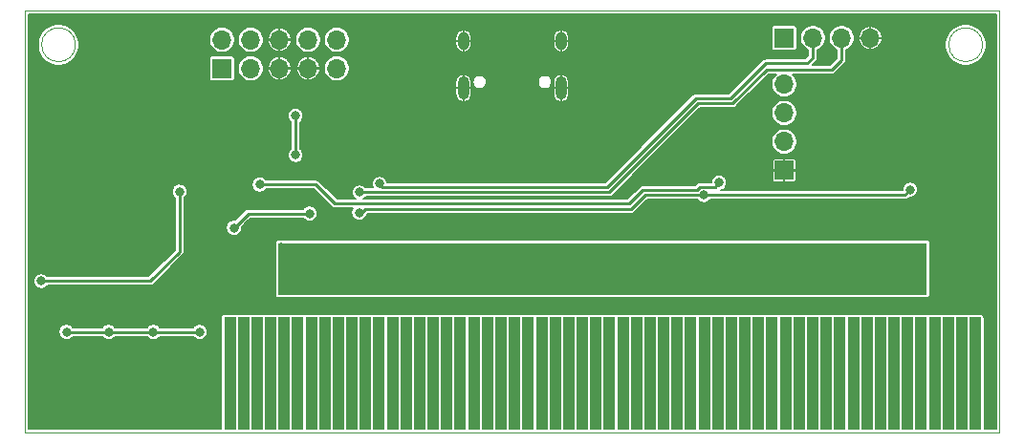
<source format=gbl>
G04 #@! TF.GenerationSoftware,KiCad,Pcbnew,(5.1.12)-1*
G04 #@! TF.CreationDate,2024-01-22T15:17:36+02:00*
G04 #@! TF.ProjectId,CaliperPCB,43616c69-7065-4725-9043-422e6b696361,rev?*
G04 #@! TF.SameCoordinates,Original*
G04 #@! TF.FileFunction,Copper,L2,Bot*
G04 #@! TF.FilePolarity,Positive*
%FSLAX46Y46*%
G04 Gerber Fmt 4.6, Leading zero omitted, Abs format (unit mm)*
G04 Created by KiCad (PCBNEW (5.1.12)-1) date 2024-01-22 15:17:36*
%MOMM*%
%LPD*%
G01*
G04 APERTURE LIST*
G04 #@! TA.AperFunction,Profile*
%ADD10C,0.050000*%
G04 #@! TD*
G04 #@! TA.AperFunction,ComponentPad*
%ADD11R,1.700000X1.700000*%
G04 #@! TD*
G04 #@! TA.AperFunction,ComponentPad*
%ADD12O,1.700000X1.700000*%
G04 #@! TD*
G04 #@! TA.AperFunction,ComponentPad*
%ADD13O,1.000000X1.600000*%
G04 #@! TD*
G04 #@! TA.AperFunction,ComponentPad*
%ADD14O,1.000000X2.100000*%
G04 #@! TD*
G04 #@! TA.AperFunction,ComponentPad*
%ADD15C,0.500000*%
G04 #@! TD*
G04 #@! TA.AperFunction,SMDPad,CuDef*
%ADD16R,1.000000X10.000000*%
G04 #@! TD*
G04 #@! TA.AperFunction,SMDPad,CuDef*
%ADD17R,57.400000X4.600000*%
G04 #@! TD*
G04 #@! TA.AperFunction,ViaPad*
%ADD18C,0.800000*%
G04 #@! TD*
G04 #@! TA.AperFunction,Conductor*
%ADD19C,0.250000*%
G04 #@! TD*
G04 #@! TA.AperFunction,Conductor*
%ADD20C,0.200000*%
G04 #@! TD*
G04 #@! TA.AperFunction,Conductor*
%ADD21C,0.100000*%
G04 #@! TD*
G04 APERTURE END LIST*
D10*
X118170000Y-87000000D02*
G75*
G03*
X118170000Y-87000000I-1500000J0D01*
G01*
X198500000Y-87000000D02*
G75*
G03*
X198500000Y-87000000I-1500000J0D01*
G01*
X200000000Y-121356000D02*
X200000000Y-84000000D01*
X113670000Y-84000000D02*
X200000000Y-84000000D01*
X113670000Y-121356000D02*
X113670000Y-84000000D01*
X200000000Y-121356000D02*
X113670000Y-121356000D01*
D11*
X180940000Y-98140500D03*
D12*
X180940000Y-95600500D03*
X180940000Y-93060500D03*
X180940000Y-90520500D03*
D11*
X180940000Y-86388250D03*
D12*
X183480000Y-86388250D03*
X186020000Y-86388250D03*
X188560000Y-86388250D03*
D13*
X152528000Y-86660000D03*
X161168000Y-86660000D03*
D14*
X161168000Y-90840000D03*
X152528000Y-90840000D03*
D11*
X131150000Y-89090000D03*
D12*
X131150000Y-86550000D03*
X133690000Y-89090000D03*
X133690000Y-86550000D03*
X136230000Y-89090000D03*
X136230000Y-86550000D03*
X138770000Y-89090000D03*
X138770000Y-86550000D03*
X141310000Y-89090000D03*
X141310000Y-86550000D03*
D15*
X197850000Y-120720000D03*
X196650000Y-119420000D03*
X195450000Y-118120000D03*
X194250000Y-116820000D03*
X193050000Y-120070000D03*
X191850000Y-118770000D03*
X190650000Y-117470000D03*
X189450000Y-116170000D03*
D16*
X197850000Y-116170000D03*
X196650000Y-116170000D03*
X195450000Y-116170000D03*
X194250000Y-116170000D03*
X191850000Y-116170000D03*
X193050000Y-116170000D03*
X190650000Y-116170000D03*
X189450000Y-116170000D03*
D17*
X164850000Y-106870000D03*
D15*
X188250000Y-120720000D03*
X178650000Y-120720000D03*
X169050000Y-120720000D03*
X159450000Y-120720000D03*
X149850000Y-120720000D03*
X140250000Y-120720000D03*
X184650000Y-116820000D03*
X175050000Y-116820000D03*
X165450000Y-116820000D03*
X155850000Y-116820000D03*
X146250000Y-116820000D03*
X136630000Y-116820000D03*
X181050000Y-117470000D03*
X171450000Y-117470000D03*
X161850000Y-117470000D03*
X152250000Y-117470000D03*
X142650000Y-117470000D03*
X133060000Y-117470000D03*
D16*
X188250000Y-116170000D03*
X178650000Y-116170000D03*
X169050000Y-116170000D03*
X159450000Y-116170000D03*
X149850000Y-116170000D03*
X140250000Y-116170000D03*
D15*
X187050000Y-119420000D03*
X177450000Y-119420000D03*
X167850000Y-119420000D03*
X158250000Y-119420000D03*
X148650000Y-119420000D03*
X138950000Y-119420000D03*
X185850000Y-118120000D03*
X176250000Y-118120000D03*
X166650000Y-118120000D03*
X157050000Y-118120000D03*
X147450000Y-118120000D03*
X137740000Y-118120000D03*
X183450000Y-120070000D03*
X173850000Y-120070000D03*
X164250000Y-120070000D03*
X154650000Y-120070000D03*
X145050000Y-120070000D03*
X135400000Y-120070000D03*
X182250000Y-118770000D03*
X172650000Y-118770000D03*
X163050000Y-118770000D03*
X153450000Y-118770000D03*
X143850000Y-118770000D03*
X134270000Y-118770000D03*
X179850000Y-116170000D03*
X170250000Y-116170000D03*
X160650000Y-116170000D03*
X151050000Y-116170000D03*
X141450000Y-116170000D03*
X131850000Y-116170000D03*
D16*
X184650000Y-116170000D03*
X175050000Y-116170000D03*
X165450000Y-116170000D03*
X155850000Y-116170000D03*
X146250000Y-116170000D03*
X136650000Y-116170000D03*
X181050000Y-116170000D03*
X171450000Y-116170000D03*
X161850000Y-116170000D03*
X152250000Y-116170000D03*
X142650000Y-116170000D03*
X133050000Y-116170000D03*
X179850000Y-116170000D03*
X170250000Y-116170000D03*
X160650000Y-116170000D03*
X151050000Y-116170000D03*
X141450000Y-116170000D03*
X131850000Y-116170000D03*
X187050000Y-116170000D03*
X177450000Y-116170000D03*
X167850000Y-116170000D03*
X158250000Y-116170000D03*
X148650000Y-116170000D03*
X139050000Y-116170000D03*
X185850000Y-116170000D03*
X176250000Y-116170000D03*
X166650000Y-116170000D03*
X157050000Y-116170000D03*
X147450000Y-116170000D03*
X137850000Y-116170000D03*
X182250000Y-116170000D03*
X172650000Y-116170000D03*
X163050000Y-116170000D03*
X153450000Y-116170000D03*
X143850000Y-116170000D03*
X134250000Y-116170000D03*
X183450000Y-116170000D03*
X173850000Y-116170000D03*
X164250000Y-116170000D03*
X154650000Y-116170000D03*
X145050000Y-116170000D03*
X135450000Y-116170000D03*
D15*
X136400000Y-104820000D03*
D18*
X129025999Y-115145000D03*
X144795000Y-96075000D03*
X131610000Y-92750000D03*
X133670000Y-100596000D03*
X133416000Y-98310000D03*
X135448000Y-98310000D03*
X135194000Y-100596000D03*
X133670000Y-96532000D03*
X137988000Y-97802000D03*
X123000000Y-106050000D03*
X124700000Y-106070000D03*
X125288000Y-110916000D03*
X121224000Y-110916000D03*
X117414000Y-110916000D03*
X121276475Y-115145000D03*
X125151237Y-115145000D03*
X117401713Y-115145000D03*
X149790000Y-91890000D03*
X148402000Y-96786000D03*
X151920000Y-96550000D03*
X174310000Y-93590000D03*
X175834000Y-93590000D03*
X177104000Y-87782000D03*
X169090000Y-89230000D03*
X177090000Y-89090000D03*
X122870000Y-93280000D03*
X130030000Y-93310000D03*
X128520000Y-104110000D03*
X127950000Y-109850000D03*
X142720000Y-103410000D03*
X137860000Y-100690000D03*
X146690000Y-87670000D03*
X146670000Y-89510000D03*
X149810000Y-90680000D03*
X149640000Y-87630000D03*
X143400000Y-88550000D03*
X175071999Y-97685500D03*
X132400000Y-90690000D03*
X129606000Y-89166000D03*
X170246000Y-92722000D03*
X190058000Y-98056000D03*
X197932000Y-98310000D03*
X178150000Y-94490000D03*
X179050000Y-93610000D03*
X129162000Y-112466000D03*
X125054000Y-112466000D03*
X121104000Y-112466000D03*
X117384000Y-112466000D03*
X127388000Y-100020000D03*
X115128000Y-107962000D03*
X132200000Y-103240000D03*
X138900000Y-101970000D03*
X175162500Y-99235500D03*
X134480000Y-99400000D03*
X137655000Y-93305000D03*
X137655000Y-96785000D03*
X145100000Y-99326000D03*
X143322000Y-100088000D03*
X192084500Y-99839500D03*
X143288000Y-101900000D03*
X173798000Y-100342000D03*
D19*
X129162000Y-112466000D02*
X117384000Y-112466000D01*
X127388000Y-105354000D02*
X127388000Y-100020000D01*
X124780000Y-107962000D02*
X127388000Y-105354000D01*
X115128000Y-107962000D02*
X124780000Y-107962000D01*
X133470000Y-101970000D02*
X133045000Y-102395000D01*
X138900000Y-101970000D02*
X133470000Y-101970000D01*
X133045000Y-102395000D02*
X133220000Y-102220000D01*
X132200000Y-103240000D02*
X133045000Y-102395000D01*
X174781001Y-99616999D02*
X175162500Y-99235500D01*
X173449999Y-99616999D02*
X174781001Y-99616999D01*
X173175008Y-99891990D02*
X173449999Y-99616999D01*
X167198000Y-101104000D02*
X168410010Y-99891990D01*
X141154000Y-101104000D02*
X167198000Y-101104000D01*
X139450000Y-99400000D02*
X141154000Y-101104000D01*
X168410010Y-99891990D02*
X173175008Y-99891990D01*
X134480000Y-99400000D02*
X139450000Y-99400000D01*
X137655000Y-93305000D02*
X137655000Y-96785000D01*
X183480000Y-88160000D02*
X183480000Y-86388250D01*
X182982000Y-88658000D02*
X183480000Y-88160000D01*
X179261590Y-88658000D02*
X182982000Y-88658000D01*
X176199590Y-91720000D02*
X179261590Y-88658000D01*
X175510000Y-91720000D02*
X176199590Y-91720000D01*
X173137600Y-91733990D02*
X175496010Y-91733990D01*
X165233600Y-99637990D02*
X173137600Y-91733990D01*
X145317990Y-99637990D02*
X165233600Y-99637990D01*
X145100000Y-99420000D02*
X145317990Y-99637990D01*
X175496010Y-91733990D02*
X175510000Y-91720000D01*
X145100000Y-99326000D02*
X145100000Y-99420000D01*
X186020000Y-88330000D02*
X186020000Y-86388250D01*
X185160000Y-89190000D02*
X186020000Y-88330000D01*
X179366000Y-89190000D02*
X185160000Y-89190000D01*
X176372000Y-92184000D02*
X179366000Y-89190000D01*
X173324000Y-92184000D02*
X176372000Y-92184000D01*
X165420000Y-100088000D02*
X173324000Y-92184000D01*
X143322000Y-100088000D02*
X165420000Y-100088000D01*
X191582000Y-100342000D02*
X192084500Y-99839500D01*
X173798000Y-100342000D02*
X191582000Y-100342000D01*
X143460000Y-101900000D02*
X143805990Y-101554010D01*
X143288000Y-101900000D02*
X143460000Y-101900000D01*
X143805990Y-101554010D02*
X167384401Y-101554009D01*
X168596410Y-100342000D02*
X169828000Y-100342000D01*
X167384401Y-101554009D02*
X168596410Y-100342000D01*
X169828000Y-100342000D02*
X173798000Y-100342000D01*
D20*
X199675000Y-121031000D02*
X198651451Y-121031000D01*
X198651451Y-111170000D01*
X198645659Y-111111190D01*
X198628504Y-111054640D01*
X198600647Y-111002523D01*
X198563158Y-110956842D01*
X198517477Y-110919353D01*
X198465360Y-110891496D01*
X198408810Y-110874341D01*
X198350000Y-110868549D01*
X197350000Y-110868549D01*
X197291190Y-110874341D01*
X197250000Y-110886836D01*
X197208810Y-110874341D01*
X197150000Y-110868549D01*
X196150000Y-110868549D01*
X196091190Y-110874341D01*
X196050000Y-110886836D01*
X196008810Y-110874341D01*
X195950000Y-110868549D01*
X194950000Y-110868549D01*
X194891190Y-110874341D01*
X194850000Y-110886836D01*
X194808810Y-110874341D01*
X194750000Y-110868549D01*
X193750000Y-110868549D01*
X193691190Y-110874341D01*
X193650000Y-110886836D01*
X193608810Y-110874341D01*
X193550000Y-110868549D01*
X192550000Y-110868549D01*
X192491190Y-110874341D01*
X192450000Y-110886836D01*
X192408810Y-110874341D01*
X192350000Y-110868549D01*
X191350000Y-110868549D01*
X191291190Y-110874341D01*
X191250000Y-110886836D01*
X191208810Y-110874341D01*
X191150000Y-110868549D01*
X190150000Y-110868549D01*
X190091190Y-110874341D01*
X190050000Y-110886836D01*
X190008810Y-110874341D01*
X189950000Y-110868549D01*
X188950000Y-110868549D01*
X188891190Y-110874341D01*
X188850000Y-110886836D01*
X188808810Y-110874341D01*
X188750000Y-110868549D01*
X187750000Y-110868549D01*
X187691190Y-110874341D01*
X187650000Y-110886836D01*
X187608810Y-110874341D01*
X187550000Y-110868549D01*
X186550000Y-110868549D01*
X186491190Y-110874341D01*
X186450000Y-110886836D01*
X186408810Y-110874341D01*
X186350000Y-110868549D01*
X185350000Y-110868549D01*
X185291190Y-110874341D01*
X185250000Y-110886836D01*
X185208810Y-110874341D01*
X185150000Y-110868549D01*
X184150000Y-110868549D01*
X184091190Y-110874341D01*
X184050000Y-110886836D01*
X184008810Y-110874341D01*
X183950000Y-110868549D01*
X182950000Y-110868549D01*
X182891190Y-110874341D01*
X182850000Y-110886836D01*
X182808810Y-110874341D01*
X182750000Y-110868549D01*
X181750000Y-110868549D01*
X181691190Y-110874341D01*
X181650000Y-110886836D01*
X181608810Y-110874341D01*
X181550000Y-110868549D01*
X180550000Y-110868549D01*
X180491190Y-110874341D01*
X180450000Y-110886836D01*
X180408810Y-110874341D01*
X180350000Y-110868549D01*
X179350000Y-110868549D01*
X179291190Y-110874341D01*
X179250000Y-110886836D01*
X179208810Y-110874341D01*
X179150000Y-110868549D01*
X178150000Y-110868549D01*
X178091190Y-110874341D01*
X178050000Y-110886836D01*
X178008810Y-110874341D01*
X177950000Y-110868549D01*
X176950000Y-110868549D01*
X176891190Y-110874341D01*
X176850000Y-110886836D01*
X176808810Y-110874341D01*
X176750000Y-110868549D01*
X175750000Y-110868549D01*
X175691190Y-110874341D01*
X175650000Y-110886836D01*
X175608810Y-110874341D01*
X175550000Y-110868549D01*
X174550000Y-110868549D01*
X174491190Y-110874341D01*
X174450000Y-110886836D01*
X174408810Y-110874341D01*
X174350000Y-110868549D01*
X173350000Y-110868549D01*
X173291190Y-110874341D01*
X173250000Y-110886836D01*
X173208810Y-110874341D01*
X173150000Y-110868549D01*
X172150000Y-110868549D01*
X172091190Y-110874341D01*
X172050000Y-110886836D01*
X172008810Y-110874341D01*
X171950000Y-110868549D01*
X170950000Y-110868549D01*
X170891190Y-110874341D01*
X170850000Y-110886836D01*
X170808810Y-110874341D01*
X170750000Y-110868549D01*
X169750000Y-110868549D01*
X169691190Y-110874341D01*
X169650000Y-110886836D01*
X169608810Y-110874341D01*
X169550000Y-110868549D01*
X168550000Y-110868549D01*
X168491190Y-110874341D01*
X168450000Y-110886836D01*
X168408810Y-110874341D01*
X168350000Y-110868549D01*
X167350000Y-110868549D01*
X167291190Y-110874341D01*
X167250000Y-110886836D01*
X167208810Y-110874341D01*
X167150000Y-110868549D01*
X166150000Y-110868549D01*
X166091190Y-110874341D01*
X166050000Y-110886836D01*
X166008810Y-110874341D01*
X165950000Y-110868549D01*
X164950000Y-110868549D01*
X164891190Y-110874341D01*
X164850000Y-110886836D01*
X164808810Y-110874341D01*
X164750000Y-110868549D01*
X163750000Y-110868549D01*
X163691190Y-110874341D01*
X163650000Y-110886836D01*
X163608810Y-110874341D01*
X163550000Y-110868549D01*
X162550000Y-110868549D01*
X162491190Y-110874341D01*
X162450000Y-110886836D01*
X162408810Y-110874341D01*
X162350000Y-110868549D01*
X161350000Y-110868549D01*
X161291190Y-110874341D01*
X161250000Y-110886836D01*
X161208810Y-110874341D01*
X161150000Y-110868549D01*
X160150000Y-110868549D01*
X160091190Y-110874341D01*
X160050000Y-110886836D01*
X160008810Y-110874341D01*
X159950000Y-110868549D01*
X158950000Y-110868549D01*
X158891190Y-110874341D01*
X158850000Y-110886836D01*
X158808810Y-110874341D01*
X158750000Y-110868549D01*
X157750000Y-110868549D01*
X157691190Y-110874341D01*
X157650000Y-110886836D01*
X157608810Y-110874341D01*
X157550000Y-110868549D01*
X156550000Y-110868549D01*
X156491190Y-110874341D01*
X156450000Y-110886836D01*
X156408810Y-110874341D01*
X156350000Y-110868549D01*
X155350000Y-110868549D01*
X155291190Y-110874341D01*
X155250000Y-110886836D01*
X155208810Y-110874341D01*
X155150000Y-110868549D01*
X154150000Y-110868549D01*
X154091190Y-110874341D01*
X154050000Y-110886836D01*
X154008810Y-110874341D01*
X153950000Y-110868549D01*
X152950000Y-110868549D01*
X152891190Y-110874341D01*
X152850000Y-110886836D01*
X152808810Y-110874341D01*
X152750000Y-110868549D01*
X151750000Y-110868549D01*
X151691190Y-110874341D01*
X151650000Y-110886836D01*
X151608810Y-110874341D01*
X151550000Y-110868549D01*
X150550000Y-110868549D01*
X150491190Y-110874341D01*
X150450000Y-110886836D01*
X150408810Y-110874341D01*
X150350000Y-110868549D01*
X149350000Y-110868549D01*
X149291190Y-110874341D01*
X149250000Y-110886836D01*
X149208810Y-110874341D01*
X149150000Y-110868549D01*
X148150000Y-110868549D01*
X148091190Y-110874341D01*
X148050000Y-110886836D01*
X148008810Y-110874341D01*
X147950000Y-110868549D01*
X146950000Y-110868549D01*
X146891190Y-110874341D01*
X146850000Y-110886836D01*
X146808810Y-110874341D01*
X146750000Y-110868549D01*
X145750000Y-110868549D01*
X145691190Y-110874341D01*
X145650000Y-110886836D01*
X145608810Y-110874341D01*
X145550000Y-110868549D01*
X144550000Y-110868549D01*
X144491190Y-110874341D01*
X144450000Y-110886836D01*
X144408810Y-110874341D01*
X144350000Y-110868549D01*
X143350000Y-110868549D01*
X143291190Y-110874341D01*
X143250000Y-110886836D01*
X143208810Y-110874341D01*
X143150000Y-110868549D01*
X142150000Y-110868549D01*
X142091190Y-110874341D01*
X142050000Y-110886836D01*
X142008810Y-110874341D01*
X141950000Y-110868549D01*
X140950000Y-110868549D01*
X140891190Y-110874341D01*
X140850000Y-110886836D01*
X140808810Y-110874341D01*
X140750000Y-110868549D01*
X139750000Y-110868549D01*
X139691190Y-110874341D01*
X139650000Y-110886836D01*
X139608810Y-110874341D01*
X139550000Y-110868549D01*
X138550000Y-110868549D01*
X138491190Y-110874341D01*
X138450000Y-110886836D01*
X138408810Y-110874341D01*
X138350000Y-110868549D01*
X137350000Y-110868549D01*
X137291190Y-110874341D01*
X137250000Y-110886836D01*
X137208810Y-110874341D01*
X137150000Y-110868549D01*
X136150000Y-110868549D01*
X136091190Y-110874341D01*
X136050000Y-110886836D01*
X136008810Y-110874341D01*
X135950000Y-110868549D01*
X134950000Y-110868549D01*
X134891190Y-110874341D01*
X134850000Y-110886836D01*
X134808810Y-110874341D01*
X134750000Y-110868549D01*
X133750000Y-110868549D01*
X133691190Y-110874341D01*
X133650000Y-110886836D01*
X133608810Y-110874341D01*
X133550000Y-110868549D01*
X132550000Y-110868549D01*
X132491190Y-110874341D01*
X132450000Y-110886836D01*
X132408810Y-110874341D01*
X132350000Y-110868549D01*
X131350000Y-110868549D01*
X131291190Y-110874341D01*
X131234640Y-110891496D01*
X131182523Y-110919353D01*
X131136842Y-110956842D01*
X131099353Y-111002523D01*
X131071496Y-111054640D01*
X131054341Y-111111190D01*
X131048549Y-111170000D01*
X131048549Y-121031000D01*
X113995000Y-121031000D01*
X113995000Y-112397056D01*
X116684000Y-112397056D01*
X116684000Y-112534944D01*
X116710901Y-112670182D01*
X116763668Y-112797574D01*
X116840274Y-112912224D01*
X116937776Y-113009726D01*
X117052426Y-113086332D01*
X117179818Y-113139099D01*
X117315056Y-113166000D01*
X117452944Y-113166000D01*
X117588182Y-113139099D01*
X117715574Y-113086332D01*
X117830224Y-113009726D01*
X117927726Y-112912224D01*
X117941907Y-112891000D01*
X120546093Y-112891000D01*
X120560274Y-112912224D01*
X120657776Y-113009726D01*
X120772426Y-113086332D01*
X120899818Y-113139099D01*
X121035056Y-113166000D01*
X121172944Y-113166000D01*
X121308182Y-113139099D01*
X121435574Y-113086332D01*
X121550224Y-113009726D01*
X121647726Y-112912224D01*
X121661907Y-112891000D01*
X124496093Y-112891000D01*
X124510274Y-112912224D01*
X124607776Y-113009726D01*
X124722426Y-113086332D01*
X124849818Y-113139099D01*
X124985056Y-113166000D01*
X125122944Y-113166000D01*
X125258182Y-113139099D01*
X125385574Y-113086332D01*
X125500224Y-113009726D01*
X125597726Y-112912224D01*
X125611907Y-112891000D01*
X128604093Y-112891000D01*
X128618274Y-112912224D01*
X128715776Y-113009726D01*
X128830426Y-113086332D01*
X128957818Y-113139099D01*
X129093056Y-113166000D01*
X129230944Y-113166000D01*
X129366182Y-113139099D01*
X129493574Y-113086332D01*
X129608224Y-113009726D01*
X129705726Y-112912224D01*
X129782332Y-112797574D01*
X129835099Y-112670182D01*
X129862000Y-112534944D01*
X129862000Y-112397056D01*
X129835099Y-112261818D01*
X129782332Y-112134426D01*
X129705726Y-112019776D01*
X129608224Y-111922274D01*
X129493574Y-111845668D01*
X129366182Y-111792901D01*
X129230944Y-111766000D01*
X129093056Y-111766000D01*
X128957818Y-111792901D01*
X128830426Y-111845668D01*
X128715776Y-111922274D01*
X128618274Y-112019776D01*
X128604093Y-112041000D01*
X125611907Y-112041000D01*
X125597726Y-112019776D01*
X125500224Y-111922274D01*
X125385574Y-111845668D01*
X125258182Y-111792901D01*
X125122944Y-111766000D01*
X124985056Y-111766000D01*
X124849818Y-111792901D01*
X124722426Y-111845668D01*
X124607776Y-111922274D01*
X124510274Y-112019776D01*
X124496093Y-112041000D01*
X121661907Y-112041000D01*
X121647726Y-112019776D01*
X121550224Y-111922274D01*
X121435574Y-111845668D01*
X121308182Y-111792901D01*
X121172944Y-111766000D01*
X121035056Y-111766000D01*
X120899818Y-111792901D01*
X120772426Y-111845668D01*
X120657776Y-111922274D01*
X120560274Y-112019776D01*
X120546093Y-112041000D01*
X117941907Y-112041000D01*
X117927726Y-112019776D01*
X117830224Y-111922274D01*
X117715574Y-111845668D01*
X117588182Y-111792901D01*
X117452944Y-111766000D01*
X117315056Y-111766000D01*
X117179818Y-111792901D01*
X117052426Y-111845668D01*
X116937776Y-111922274D01*
X116840274Y-112019776D01*
X116763668Y-112134426D01*
X116710901Y-112261818D01*
X116684000Y-112397056D01*
X113995000Y-112397056D01*
X113995000Y-107893056D01*
X114428000Y-107893056D01*
X114428000Y-108030944D01*
X114454901Y-108166182D01*
X114507668Y-108293574D01*
X114584274Y-108408224D01*
X114681776Y-108505726D01*
X114796426Y-108582332D01*
X114923818Y-108635099D01*
X115059056Y-108662000D01*
X115196944Y-108662000D01*
X115332182Y-108635099D01*
X115459574Y-108582332D01*
X115574224Y-108505726D01*
X115671726Y-108408224D01*
X115685907Y-108387000D01*
X124759133Y-108387000D01*
X124780000Y-108389055D01*
X124800867Y-108387000D01*
X124800874Y-108387000D01*
X124863314Y-108380850D01*
X124943427Y-108356548D01*
X125017260Y-108317084D01*
X125081974Y-108263974D01*
X125095283Y-108247757D01*
X127673763Y-105669278D01*
X127689974Y-105655974D01*
X127743084Y-105591260D01*
X127782548Y-105517427D01*
X127806850Y-105437314D01*
X127813000Y-105374874D01*
X127813000Y-105374867D01*
X127815055Y-105354000D01*
X127813000Y-105333133D01*
X127813000Y-104570000D01*
X135848549Y-104570000D01*
X135848549Y-109170000D01*
X135854341Y-109228810D01*
X135871496Y-109285360D01*
X135899353Y-109337477D01*
X135936842Y-109383158D01*
X135982523Y-109420647D01*
X136034640Y-109448504D01*
X136091190Y-109465659D01*
X136150000Y-109471451D01*
X193550000Y-109471451D01*
X193608810Y-109465659D01*
X193665360Y-109448504D01*
X193717477Y-109420647D01*
X193763158Y-109383158D01*
X193800647Y-109337477D01*
X193828504Y-109285360D01*
X193845659Y-109228810D01*
X193851451Y-109170000D01*
X193851451Y-104570000D01*
X193845659Y-104511190D01*
X193828504Y-104454640D01*
X193800647Y-104402523D01*
X193763158Y-104356842D01*
X193717477Y-104319353D01*
X193665360Y-104291496D01*
X193608810Y-104274341D01*
X193550000Y-104268549D01*
X136150000Y-104268549D01*
X136091190Y-104274341D01*
X136034640Y-104291496D01*
X135982523Y-104319353D01*
X135936842Y-104356842D01*
X135899353Y-104402523D01*
X135871496Y-104454640D01*
X135854341Y-104511190D01*
X135848549Y-104570000D01*
X127813000Y-104570000D01*
X127813000Y-103171056D01*
X131500000Y-103171056D01*
X131500000Y-103308944D01*
X131526901Y-103444182D01*
X131579668Y-103571574D01*
X131656274Y-103686224D01*
X131753776Y-103783726D01*
X131868426Y-103860332D01*
X131995818Y-103913099D01*
X132131056Y-103940000D01*
X132268944Y-103940000D01*
X132404182Y-103913099D01*
X132531574Y-103860332D01*
X132646224Y-103783726D01*
X132743726Y-103686224D01*
X132820332Y-103571574D01*
X132873099Y-103444182D01*
X132900000Y-103308944D01*
X132900000Y-103171056D01*
X132895020Y-103146020D01*
X133360280Y-102680761D01*
X133360285Y-102680755D01*
X133535280Y-102505760D01*
X133646041Y-102395000D01*
X138342093Y-102395000D01*
X138356274Y-102416224D01*
X138453776Y-102513726D01*
X138568426Y-102590332D01*
X138695818Y-102643099D01*
X138831056Y-102670000D01*
X138968944Y-102670000D01*
X139104182Y-102643099D01*
X139231574Y-102590332D01*
X139346224Y-102513726D01*
X139443726Y-102416224D01*
X139520332Y-102301574D01*
X139573099Y-102174182D01*
X139600000Y-102038944D01*
X139600000Y-101901056D01*
X139573099Y-101765818D01*
X139520332Y-101638426D01*
X139443726Y-101523776D01*
X139346224Y-101426274D01*
X139231574Y-101349668D01*
X139104182Y-101296901D01*
X138968944Y-101270000D01*
X138831056Y-101270000D01*
X138695818Y-101296901D01*
X138568426Y-101349668D01*
X138453776Y-101426274D01*
X138356274Y-101523776D01*
X138342093Y-101545000D01*
X133490867Y-101545000D01*
X133470000Y-101542945D01*
X133449133Y-101545000D01*
X133449126Y-101545000D01*
X133386686Y-101551150D01*
X133306572Y-101575452D01*
X133280855Y-101589199D01*
X133232740Y-101614916D01*
X133168026Y-101668026D01*
X133154721Y-101684238D01*
X132759244Y-102079716D01*
X132759239Y-102079720D01*
X132293980Y-102544980D01*
X132268944Y-102540000D01*
X132131056Y-102540000D01*
X131995818Y-102566901D01*
X131868426Y-102619668D01*
X131753776Y-102696274D01*
X131656274Y-102793776D01*
X131579668Y-102908426D01*
X131526901Y-103035818D01*
X131500000Y-103171056D01*
X127813000Y-103171056D01*
X127813000Y-100577907D01*
X127834224Y-100563726D01*
X127931726Y-100466224D01*
X128008332Y-100351574D01*
X128061099Y-100224182D01*
X128088000Y-100088944D01*
X128088000Y-99951056D01*
X128061099Y-99815818D01*
X128008332Y-99688426D01*
X127931726Y-99573776D01*
X127834224Y-99476274D01*
X127719574Y-99399668D01*
X127592182Y-99346901D01*
X127512526Y-99331056D01*
X133780000Y-99331056D01*
X133780000Y-99468944D01*
X133806901Y-99604182D01*
X133859668Y-99731574D01*
X133936274Y-99846224D01*
X134033776Y-99943726D01*
X134148426Y-100020332D01*
X134275818Y-100073099D01*
X134411056Y-100100000D01*
X134548944Y-100100000D01*
X134684182Y-100073099D01*
X134811574Y-100020332D01*
X134926224Y-99943726D01*
X135023726Y-99846224D01*
X135037907Y-99825000D01*
X139273960Y-99825000D01*
X140838721Y-101389762D01*
X140852026Y-101405974D01*
X140916740Y-101459084D01*
X140990573Y-101498548D01*
X141046383Y-101515478D01*
X141070685Y-101522850D01*
X141078327Y-101523603D01*
X141133126Y-101529000D01*
X141133133Y-101529000D01*
X141154000Y-101531055D01*
X141174867Y-101529000D01*
X142694011Y-101529000D01*
X142667668Y-101568426D01*
X142614901Y-101695818D01*
X142588000Y-101831056D01*
X142588000Y-101968944D01*
X142614901Y-102104182D01*
X142667668Y-102231574D01*
X142744274Y-102346224D01*
X142841776Y-102443726D01*
X142956426Y-102520332D01*
X143083818Y-102573099D01*
X143219056Y-102600000D01*
X143356944Y-102600000D01*
X143492182Y-102573099D01*
X143619574Y-102520332D01*
X143734224Y-102443726D01*
X143831726Y-102346224D01*
X143908332Y-102231574D01*
X143961099Y-102104182D01*
X143985998Y-101979010D01*
X167363524Y-101979008D01*
X167384401Y-101981064D01*
X167467715Y-101972859D01*
X167547828Y-101948556D01*
X167621661Y-101909092D01*
X167686375Y-101855982D01*
X167699680Y-101839770D01*
X168772450Y-100767000D01*
X173240093Y-100767000D01*
X173254274Y-100788224D01*
X173351776Y-100885726D01*
X173466426Y-100962332D01*
X173593818Y-101015099D01*
X173729056Y-101042000D01*
X173866944Y-101042000D01*
X174002182Y-101015099D01*
X174129574Y-100962332D01*
X174244224Y-100885726D01*
X174341726Y-100788224D01*
X174355907Y-100767000D01*
X191561133Y-100767000D01*
X191582000Y-100769055D01*
X191602867Y-100767000D01*
X191602874Y-100767000D01*
X191665314Y-100760850D01*
X191745427Y-100736548D01*
X191819260Y-100697084D01*
X191883974Y-100643974D01*
X191897283Y-100627757D01*
X191990520Y-100534520D01*
X192015556Y-100539500D01*
X192153444Y-100539500D01*
X192288682Y-100512599D01*
X192416074Y-100459832D01*
X192530724Y-100383226D01*
X192628226Y-100285724D01*
X192704832Y-100171074D01*
X192757599Y-100043682D01*
X192784500Y-99908444D01*
X192784500Y-99770556D01*
X192757599Y-99635318D01*
X192704832Y-99507926D01*
X192628226Y-99393276D01*
X192530724Y-99295774D01*
X192416074Y-99219168D01*
X192288682Y-99166401D01*
X192153444Y-99139500D01*
X192015556Y-99139500D01*
X191880318Y-99166401D01*
X191752926Y-99219168D01*
X191638276Y-99295774D01*
X191540774Y-99393276D01*
X191464168Y-99507926D01*
X191411401Y-99635318D01*
X191384500Y-99770556D01*
X191384500Y-99908444D01*
X191386202Y-99917000D01*
X175324448Y-99917000D01*
X175366682Y-99908599D01*
X175494074Y-99855832D01*
X175608724Y-99779226D01*
X175706226Y-99681724D01*
X175782832Y-99567074D01*
X175835599Y-99439682D01*
X175862500Y-99304444D01*
X175862500Y-99166556D01*
X175835599Y-99031318D01*
X175818692Y-98990500D01*
X179889032Y-98990500D01*
X179892894Y-99029707D01*
X179904330Y-99067407D01*
X179922901Y-99102152D01*
X179947894Y-99132606D01*
X179978348Y-99157599D01*
X180013093Y-99176170D01*
X180050793Y-99187606D01*
X180090000Y-99191468D01*
X180885000Y-99190500D01*
X180935000Y-99140500D01*
X180935000Y-98145500D01*
X180945000Y-98145500D01*
X180945000Y-99140500D01*
X180995000Y-99190500D01*
X181790000Y-99191468D01*
X181829207Y-99187606D01*
X181866907Y-99176170D01*
X181901652Y-99157599D01*
X181932106Y-99132606D01*
X181957099Y-99102152D01*
X181975670Y-99067407D01*
X181987106Y-99029707D01*
X181990968Y-98990500D01*
X181990000Y-98195500D01*
X181940000Y-98145500D01*
X180945000Y-98145500D01*
X180935000Y-98145500D01*
X179940000Y-98145500D01*
X179890000Y-98195500D01*
X179889032Y-98990500D01*
X175818692Y-98990500D01*
X175782832Y-98903926D01*
X175706226Y-98789276D01*
X175608724Y-98691774D01*
X175494074Y-98615168D01*
X175366682Y-98562401D01*
X175231444Y-98535500D01*
X175093556Y-98535500D01*
X174958318Y-98562401D01*
X174830926Y-98615168D01*
X174716276Y-98691774D01*
X174618774Y-98789276D01*
X174542168Y-98903926D01*
X174489401Y-99031318D01*
X174462500Y-99166556D01*
X174462500Y-99191999D01*
X173470865Y-99191999D01*
X173449998Y-99189944D01*
X173429131Y-99191999D01*
X173429125Y-99191999D01*
X173375097Y-99197320D01*
X173366684Y-99198149D01*
X173342382Y-99205521D01*
X173286572Y-99222451D01*
X173212739Y-99261915D01*
X173148025Y-99315025D01*
X173134715Y-99331243D01*
X172998968Y-99466990D01*
X168430877Y-99466990D01*
X168410010Y-99464935D01*
X168389143Y-99466990D01*
X168389136Y-99466990D01*
X168334337Y-99472387D01*
X168326695Y-99473140D01*
X168302393Y-99480512D01*
X168246583Y-99497442D01*
X168172750Y-99536906D01*
X168108036Y-99590016D01*
X168094731Y-99606228D01*
X167021960Y-100679000D01*
X143697473Y-100679000D01*
X143768224Y-100631726D01*
X143865726Y-100534224D01*
X143879907Y-100513000D01*
X165399133Y-100513000D01*
X165420000Y-100515055D01*
X165440867Y-100513000D01*
X165440874Y-100513000D01*
X165503314Y-100506850D01*
X165583427Y-100482548D01*
X165657260Y-100443084D01*
X165721974Y-100389974D01*
X165735284Y-100373756D01*
X168818540Y-97290500D01*
X179889032Y-97290500D01*
X179890000Y-98085500D01*
X179940000Y-98135500D01*
X180935000Y-98135500D01*
X180935000Y-97140500D01*
X180945000Y-97140500D01*
X180945000Y-98135500D01*
X181940000Y-98135500D01*
X181990000Y-98085500D01*
X181990968Y-97290500D01*
X181987106Y-97251293D01*
X181975670Y-97213593D01*
X181957099Y-97178848D01*
X181932106Y-97148394D01*
X181901652Y-97123401D01*
X181866907Y-97104830D01*
X181829207Y-97093394D01*
X181790000Y-97089532D01*
X180995000Y-97090500D01*
X180945000Y-97140500D01*
X180935000Y-97140500D01*
X180885000Y-97090500D01*
X180090000Y-97089532D01*
X180050793Y-97093394D01*
X180013093Y-97104830D01*
X179978348Y-97123401D01*
X179947894Y-97148394D01*
X179922901Y-97178848D01*
X179904330Y-97213593D01*
X179892894Y-97251293D01*
X179889032Y-97290500D01*
X168818540Y-97290500D01*
X170621805Y-95487235D01*
X179790000Y-95487235D01*
X179790000Y-95713765D01*
X179834194Y-95935943D01*
X179920884Y-96145229D01*
X180046737Y-96333582D01*
X180206918Y-96493763D01*
X180395271Y-96619616D01*
X180604557Y-96706306D01*
X180826735Y-96750500D01*
X181053265Y-96750500D01*
X181275443Y-96706306D01*
X181484729Y-96619616D01*
X181673082Y-96493763D01*
X181833263Y-96333582D01*
X181959116Y-96145229D01*
X182045806Y-95935943D01*
X182090000Y-95713765D01*
X182090000Y-95487235D01*
X182045806Y-95265057D01*
X181959116Y-95055771D01*
X181833263Y-94867418D01*
X181673082Y-94707237D01*
X181484729Y-94581384D01*
X181275443Y-94494694D01*
X181053265Y-94450500D01*
X180826735Y-94450500D01*
X180604557Y-94494694D01*
X180395271Y-94581384D01*
X180206918Y-94707237D01*
X180046737Y-94867418D01*
X179920884Y-95055771D01*
X179834194Y-95265057D01*
X179790000Y-95487235D01*
X170621805Y-95487235D01*
X173161805Y-92947235D01*
X179790000Y-92947235D01*
X179790000Y-93173765D01*
X179834194Y-93395943D01*
X179920884Y-93605229D01*
X180046737Y-93793582D01*
X180206918Y-93953763D01*
X180395271Y-94079616D01*
X180604557Y-94166306D01*
X180826735Y-94210500D01*
X181053265Y-94210500D01*
X181275443Y-94166306D01*
X181484729Y-94079616D01*
X181673082Y-93953763D01*
X181833263Y-93793582D01*
X181959116Y-93605229D01*
X182045806Y-93395943D01*
X182090000Y-93173765D01*
X182090000Y-92947235D01*
X182045806Y-92725057D01*
X181959116Y-92515771D01*
X181833263Y-92327418D01*
X181673082Y-92167237D01*
X181484729Y-92041384D01*
X181275443Y-91954694D01*
X181053265Y-91910500D01*
X180826735Y-91910500D01*
X180604557Y-91954694D01*
X180395271Y-92041384D01*
X180206918Y-92167237D01*
X180046737Y-92327418D01*
X179920884Y-92515771D01*
X179834194Y-92725057D01*
X179790000Y-92947235D01*
X173161805Y-92947235D01*
X173500041Y-92609000D01*
X176351133Y-92609000D01*
X176372000Y-92611055D01*
X176392867Y-92609000D01*
X176392874Y-92609000D01*
X176455314Y-92602850D01*
X176535427Y-92578548D01*
X176609260Y-92539084D01*
X176673974Y-92485974D01*
X176687283Y-92469757D01*
X179542041Y-89615000D01*
X180225232Y-89615000D01*
X180206918Y-89627237D01*
X180046737Y-89787418D01*
X179920884Y-89975771D01*
X179834194Y-90185057D01*
X179790000Y-90407235D01*
X179790000Y-90633765D01*
X179834194Y-90855943D01*
X179920884Y-91065229D01*
X180046737Y-91253582D01*
X180206918Y-91413763D01*
X180395271Y-91539616D01*
X180604557Y-91626306D01*
X180826735Y-91670500D01*
X181053265Y-91670500D01*
X181275443Y-91626306D01*
X181484729Y-91539616D01*
X181673082Y-91413763D01*
X181833263Y-91253582D01*
X181959116Y-91065229D01*
X182045806Y-90855943D01*
X182090000Y-90633765D01*
X182090000Y-90407235D01*
X182045806Y-90185057D01*
X181959116Y-89975771D01*
X181833263Y-89787418D01*
X181673082Y-89627237D01*
X181654768Y-89615000D01*
X185139133Y-89615000D01*
X185160000Y-89617055D01*
X185180867Y-89615000D01*
X185180874Y-89615000D01*
X185243314Y-89608850D01*
X185323427Y-89584548D01*
X185397260Y-89545084D01*
X185461974Y-89491974D01*
X185475284Y-89475756D01*
X186305758Y-88645282D01*
X186321974Y-88631974D01*
X186375084Y-88567260D01*
X186414548Y-88493427D01*
X186438850Y-88413314D01*
X186445000Y-88350874D01*
X186445000Y-88350867D01*
X186447055Y-88330000D01*
X186445000Y-88309133D01*
X186445000Y-87456960D01*
X186564729Y-87407366D01*
X186753082Y-87281513D01*
X186913263Y-87121332D01*
X187039116Y-86932979D01*
X187125806Y-86723693D01*
X187158875Y-86557443D01*
X187523721Y-86557443D01*
X187576641Y-86756360D01*
X187667351Y-86941131D01*
X187792365Y-87104655D01*
X187946879Y-87240648D01*
X188124955Y-87343883D01*
X188319749Y-87410394D01*
X188390807Y-87424529D01*
X188555000Y-87388237D01*
X188555000Y-86393250D01*
X188565000Y-86393250D01*
X188565000Y-87388237D01*
X188729193Y-87424529D01*
X188800251Y-87410394D01*
X188995045Y-87343883D01*
X189173121Y-87240648D01*
X189327635Y-87104655D01*
X189452649Y-86941131D01*
X189512529Y-86819158D01*
X195163884Y-86819158D01*
X195163884Y-87180842D01*
X195234445Y-87535575D01*
X195372855Y-87869727D01*
X195573796Y-88170456D01*
X195829544Y-88426204D01*
X196130273Y-88627145D01*
X196464425Y-88765555D01*
X196819158Y-88836116D01*
X197180842Y-88836116D01*
X197535575Y-88765555D01*
X197869727Y-88627145D01*
X198170456Y-88426204D01*
X198426204Y-88170456D01*
X198627145Y-87869727D01*
X198765555Y-87535575D01*
X198836116Y-87180842D01*
X198836116Y-86819158D01*
X198765555Y-86464425D01*
X198627145Y-86130273D01*
X198426204Y-85829544D01*
X198170456Y-85573796D01*
X197869727Y-85372855D01*
X197535575Y-85234445D01*
X197180842Y-85163884D01*
X196819158Y-85163884D01*
X196464425Y-85234445D01*
X196130273Y-85372855D01*
X195829544Y-85573796D01*
X195573796Y-85829544D01*
X195372855Y-86130273D01*
X195234445Y-86464425D01*
X195163884Y-86819158D01*
X189512529Y-86819158D01*
X189543359Y-86756360D01*
X189596279Y-86557443D01*
X189559988Y-86393250D01*
X188565000Y-86393250D01*
X188555000Y-86393250D01*
X187560012Y-86393250D01*
X187523721Y-86557443D01*
X187158875Y-86557443D01*
X187170000Y-86501515D01*
X187170000Y-86274985D01*
X187158876Y-86219057D01*
X187523721Y-86219057D01*
X187560012Y-86383250D01*
X188555000Y-86383250D01*
X188555000Y-85388263D01*
X188565000Y-85388263D01*
X188565000Y-86383250D01*
X189559988Y-86383250D01*
X189596279Y-86219057D01*
X189543359Y-86020140D01*
X189452649Y-85835369D01*
X189327635Y-85671845D01*
X189173121Y-85535852D01*
X188995045Y-85432617D01*
X188800251Y-85366106D01*
X188729193Y-85351971D01*
X188565000Y-85388263D01*
X188555000Y-85388263D01*
X188390807Y-85351971D01*
X188319749Y-85366106D01*
X188124955Y-85432617D01*
X187946879Y-85535852D01*
X187792365Y-85671845D01*
X187667351Y-85835369D01*
X187576641Y-86020140D01*
X187523721Y-86219057D01*
X187158876Y-86219057D01*
X187125806Y-86052807D01*
X187039116Y-85843521D01*
X186913263Y-85655168D01*
X186753082Y-85494987D01*
X186564729Y-85369134D01*
X186355443Y-85282444D01*
X186133265Y-85238250D01*
X185906735Y-85238250D01*
X185684557Y-85282444D01*
X185475271Y-85369134D01*
X185286918Y-85494987D01*
X185126737Y-85655168D01*
X185000884Y-85843521D01*
X184914194Y-86052807D01*
X184870000Y-86274985D01*
X184870000Y-86501515D01*
X184914194Y-86723693D01*
X185000884Y-86932979D01*
X185126737Y-87121332D01*
X185286918Y-87281513D01*
X185475271Y-87407366D01*
X185595000Y-87456960D01*
X185595000Y-88153960D01*
X184983960Y-88765000D01*
X183476040Y-88765000D01*
X183765763Y-88475278D01*
X183781974Y-88461974D01*
X183835084Y-88397260D01*
X183874548Y-88323427D01*
X183898850Y-88243314D01*
X183905000Y-88180874D01*
X183905000Y-88180868D01*
X183907055Y-88160001D01*
X183905000Y-88139134D01*
X183905000Y-87456960D01*
X184024729Y-87407366D01*
X184213082Y-87281513D01*
X184373263Y-87121332D01*
X184499116Y-86932979D01*
X184585806Y-86723693D01*
X184630000Y-86501515D01*
X184630000Y-86274985D01*
X184585806Y-86052807D01*
X184499116Y-85843521D01*
X184373263Y-85655168D01*
X184213082Y-85494987D01*
X184024729Y-85369134D01*
X183815443Y-85282444D01*
X183593265Y-85238250D01*
X183366735Y-85238250D01*
X183144557Y-85282444D01*
X182935271Y-85369134D01*
X182746918Y-85494987D01*
X182586737Y-85655168D01*
X182460884Y-85843521D01*
X182374194Y-86052807D01*
X182330000Y-86274985D01*
X182330000Y-86501515D01*
X182374194Y-86723693D01*
X182460884Y-86932979D01*
X182586737Y-87121332D01*
X182746918Y-87281513D01*
X182935271Y-87407366D01*
X183055000Y-87456960D01*
X183055000Y-87983959D01*
X182805960Y-88233000D01*
X179282457Y-88233000D01*
X179261590Y-88230945D01*
X179240723Y-88233000D01*
X179240716Y-88233000D01*
X179185917Y-88238397D01*
X179178275Y-88239150D01*
X179153973Y-88246522D01*
X179098163Y-88263452D01*
X179024330Y-88302916D01*
X178959616Y-88356026D01*
X178946311Y-88372238D01*
X176023550Y-91295000D01*
X175530867Y-91295000D01*
X175510000Y-91292945D01*
X175489133Y-91295000D01*
X175489126Y-91295000D01*
X175426686Y-91301150D01*
X175400841Y-91308990D01*
X173158467Y-91308990D01*
X173137600Y-91306935D01*
X173116733Y-91308990D01*
X173116726Y-91308990D01*
X173061927Y-91314387D01*
X173054285Y-91315140D01*
X173029983Y-91322512D01*
X172974173Y-91339442D01*
X172900340Y-91378906D01*
X172880730Y-91395000D01*
X172852673Y-91418026D01*
X172835626Y-91432016D01*
X172822321Y-91448228D01*
X165057560Y-99212990D01*
X145791235Y-99212990D01*
X145773099Y-99121818D01*
X145720332Y-98994426D01*
X145643726Y-98879776D01*
X145546224Y-98782274D01*
X145431574Y-98705668D01*
X145304182Y-98652901D01*
X145168944Y-98626000D01*
X145031056Y-98626000D01*
X144895818Y-98652901D01*
X144768426Y-98705668D01*
X144653776Y-98782274D01*
X144556274Y-98879776D01*
X144479668Y-98994426D01*
X144426901Y-99121818D01*
X144400000Y-99257056D01*
X144400000Y-99394944D01*
X144426901Y-99530182D01*
X144479668Y-99657574D01*
X144483294Y-99663000D01*
X143879907Y-99663000D01*
X143865726Y-99641776D01*
X143768224Y-99544274D01*
X143653574Y-99467668D01*
X143526182Y-99414901D01*
X143390944Y-99388000D01*
X143253056Y-99388000D01*
X143117818Y-99414901D01*
X142990426Y-99467668D01*
X142875776Y-99544274D01*
X142778274Y-99641776D01*
X142701668Y-99756426D01*
X142648901Y-99883818D01*
X142622000Y-100019056D01*
X142622000Y-100156944D01*
X142648901Y-100292182D01*
X142701668Y-100419574D01*
X142778274Y-100534224D01*
X142875776Y-100631726D01*
X142946527Y-100679000D01*
X141330041Y-100679000D01*
X139765283Y-99114243D01*
X139751974Y-99098026D01*
X139687260Y-99044916D01*
X139613427Y-99005452D01*
X139533314Y-98981150D01*
X139470874Y-98975000D01*
X139470867Y-98975000D01*
X139450000Y-98972945D01*
X139429133Y-98975000D01*
X135037907Y-98975000D01*
X135023726Y-98953776D01*
X134926224Y-98856274D01*
X134811574Y-98779668D01*
X134684182Y-98726901D01*
X134548944Y-98700000D01*
X134411056Y-98700000D01*
X134275818Y-98726901D01*
X134148426Y-98779668D01*
X134033776Y-98856274D01*
X133936274Y-98953776D01*
X133859668Y-99068426D01*
X133806901Y-99195818D01*
X133780000Y-99331056D01*
X127512526Y-99331056D01*
X127456944Y-99320000D01*
X127319056Y-99320000D01*
X127183818Y-99346901D01*
X127056426Y-99399668D01*
X126941776Y-99476274D01*
X126844274Y-99573776D01*
X126767668Y-99688426D01*
X126714901Y-99815818D01*
X126688000Y-99951056D01*
X126688000Y-100088944D01*
X126714901Y-100224182D01*
X126767668Y-100351574D01*
X126844274Y-100466224D01*
X126941776Y-100563726D01*
X126963001Y-100577908D01*
X126963000Y-105177959D01*
X124603960Y-107537000D01*
X115685907Y-107537000D01*
X115671726Y-107515776D01*
X115574224Y-107418274D01*
X115459574Y-107341668D01*
X115332182Y-107288901D01*
X115196944Y-107262000D01*
X115059056Y-107262000D01*
X114923818Y-107288901D01*
X114796426Y-107341668D01*
X114681776Y-107418274D01*
X114584274Y-107515776D01*
X114507668Y-107630426D01*
X114454901Y-107757818D01*
X114428000Y-107893056D01*
X113995000Y-107893056D01*
X113995000Y-93236056D01*
X136955000Y-93236056D01*
X136955000Y-93373944D01*
X136981901Y-93509182D01*
X137034668Y-93636574D01*
X137111274Y-93751224D01*
X137208776Y-93848726D01*
X137230000Y-93862907D01*
X137230001Y-96227092D01*
X137208776Y-96241274D01*
X137111274Y-96338776D01*
X137034668Y-96453426D01*
X136981901Y-96580818D01*
X136955000Y-96716056D01*
X136955000Y-96853944D01*
X136981901Y-96989182D01*
X137034668Y-97116574D01*
X137111274Y-97231224D01*
X137208776Y-97328726D01*
X137323426Y-97405332D01*
X137450818Y-97458099D01*
X137586056Y-97485000D01*
X137723944Y-97485000D01*
X137859182Y-97458099D01*
X137986574Y-97405332D01*
X138101224Y-97328726D01*
X138198726Y-97231224D01*
X138275332Y-97116574D01*
X138328099Y-96989182D01*
X138355000Y-96853944D01*
X138355000Y-96716056D01*
X138328099Y-96580818D01*
X138275332Y-96453426D01*
X138198726Y-96338776D01*
X138101224Y-96241274D01*
X138080000Y-96227093D01*
X138080000Y-93862907D01*
X138101224Y-93848726D01*
X138198726Y-93751224D01*
X138275332Y-93636574D01*
X138328099Y-93509182D01*
X138355000Y-93373944D01*
X138355000Y-93236056D01*
X138328099Y-93100818D01*
X138275332Y-92973426D01*
X138198726Y-92858776D01*
X138101224Y-92761274D01*
X137986574Y-92684668D01*
X137859182Y-92631901D01*
X137723944Y-92605000D01*
X137586056Y-92605000D01*
X137450818Y-92631901D01*
X137323426Y-92684668D01*
X137208776Y-92761274D01*
X137111274Y-92858776D01*
X137034668Y-92973426D01*
X136981901Y-93100818D01*
X136955000Y-93236056D01*
X113995000Y-93236056D01*
X113995000Y-90845000D01*
X151828000Y-90845000D01*
X151828000Y-91395000D01*
X151842426Y-91531467D01*
X151883198Y-91662498D01*
X151948749Y-91783057D01*
X152036561Y-91888511D01*
X152143259Y-91974807D01*
X152264742Y-92038629D01*
X152396342Y-92077525D01*
X152413560Y-92080582D01*
X152523000Y-92039981D01*
X152523000Y-90845000D01*
X152533000Y-90845000D01*
X152533000Y-92039981D01*
X152642440Y-92080582D01*
X152659658Y-92077525D01*
X152791258Y-92038629D01*
X152912741Y-91974807D01*
X153019439Y-91888511D01*
X153107251Y-91783057D01*
X153172802Y-91662498D01*
X153213574Y-91531467D01*
X153228000Y-91395000D01*
X153228000Y-90845000D01*
X152533000Y-90845000D01*
X152523000Y-90845000D01*
X151828000Y-90845000D01*
X113995000Y-90845000D01*
X113995000Y-90285000D01*
X151828000Y-90285000D01*
X151828000Y-90835000D01*
X152523000Y-90835000D01*
X152523000Y-89640019D01*
X152533000Y-89640019D01*
X152533000Y-90835000D01*
X153228000Y-90835000D01*
X153228000Y-90285000D01*
X153224136Y-90248443D01*
X153333000Y-90248443D01*
X153333000Y-90371557D01*
X153357019Y-90492306D01*
X153404132Y-90606048D01*
X153472531Y-90708414D01*
X153559586Y-90795469D01*
X153661952Y-90863868D01*
X153775694Y-90910981D01*
X153896443Y-90935000D01*
X154019557Y-90935000D01*
X154140306Y-90910981D01*
X154254048Y-90863868D01*
X154356414Y-90795469D01*
X154443469Y-90708414D01*
X154511868Y-90606048D01*
X154558981Y-90492306D01*
X154583000Y-90371557D01*
X154583000Y-90248443D01*
X159113000Y-90248443D01*
X159113000Y-90371557D01*
X159137019Y-90492306D01*
X159184132Y-90606048D01*
X159252531Y-90708414D01*
X159339586Y-90795469D01*
X159441952Y-90863868D01*
X159555694Y-90910981D01*
X159676443Y-90935000D01*
X159799557Y-90935000D01*
X159920306Y-90910981D01*
X160034048Y-90863868D01*
X160062285Y-90845000D01*
X160468000Y-90845000D01*
X160468000Y-91395000D01*
X160482426Y-91531467D01*
X160523198Y-91662498D01*
X160588749Y-91783057D01*
X160676561Y-91888511D01*
X160783259Y-91974807D01*
X160904742Y-92038629D01*
X161036342Y-92077525D01*
X161053560Y-92080582D01*
X161163000Y-92039981D01*
X161163000Y-90845000D01*
X161173000Y-90845000D01*
X161173000Y-92039981D01*
X161282440Y-92080582D01*
X161299658Y-92077525D01*
X161431258Y-92038629D01*
X161552741Y-91974807D01*
X161659439Y-91888511D01*
X161747251Y-91783057D01*
X161812802Y-91662498D01*
X161853574Y-91531467D01*
X161868000Y-91395000D01*
X161868000Y-90845000D01*
X161173000Y-90845000D01*
X161163000Y-90845000D01*
X160468000Y-90845000D01*
X160062285Y-90845000D01*
X160136414Y-90795469D01*
X160223469Y-90708414D01*
X160291868Y-90606048D01*
X160338981Y-90492306D01*
X160363000Y-90371557D01*
X160363000Y-90285000D01*
X160468000Y-90285000D01*
X160468000Y-90835000D01*
X161163000Y-90835000D01*
X161163000Y-89640019D01*
X161173000Y-89640019D01*
X161173000Y-90835000D01*
X161868000Y-90835000D01*
X161868000Y-90285000D01*
X161853574Y-90148533D01*
X161812802Y-90017502D01*
X161747251Y-89896943D01*
X161659439Y-89791489D01*
X161552741Y-89705193D01*
X161431258Y-89641371D01*
X161299658Y-89602475D01*
X161282440Y-89599418D01*
X161173000Y-89640019D01*
X161163000Y-89640019D01*
X161053560Y-89599418D01*
X161036342Y-89602475D01*
X160904742Y-89641371D01*
X160783259Y-89705193D01*
X160676561Y-89791489D01*
X160588749Y-89896943D01*
X160523198Y-90017502D01*
X160482426Y-90148533D01*
X160468000Y-90285000D01*
X160363000Y-90285000D01*
X160363000Y-90248443D01*
X160338981Y-90127694D01*
X160291868Y-90013952D01*
X160223469Y-89911586D01*
X160136414Y-89824531D01*
X160034048Y-89756132D01*
X159920306Y-89709019D01*
X159799557Y-89685000D01*
X159676443Y-89685000D01*
X159555694Y-89709019D01*
X159441952Y-89756132D01*
X159339586Y-89824531D01*
X159252531Y-89911586D01*
X159184132Y-90013952D01*
X159137019Y-90127694D01*
X159113000Y-90248443D01*
X154583000Y-90248443D01*
X154558981Y-90127694D01*
X154511868Y-90013952D01*
X154443469Y-89911586D01*
X154356414Y-89824531D01*
X154254048Y-89756132D01*
X154140306Y-89709019D01*
X154019557Y-89685000D01*
X153896443Y-89685000D01*
X153775694Y-89709019D01*
X153661952Y-89756132D01*
X153559586Y-89824531D01*
X153472531Y-89911586D01*
X153404132Y-90013952D01*
X153357019Y-90127694D01*
X153333000Y-90248443D01*
X153224136Y-90248443D01*
X153213574Y-90148533D01*
X153172802Y-90017502D01*
X153107251Y-89896943D01*
X153019439Y-89791489D01*
X152912741Y-89705193D01*
X152791258Y-89641371D01*
X152659658Y-89602475D01*
X152642440Y-89599418D01*
X152533000Y-89640019D01*
X152523000Y-89640019D01*
X152413560Y-89599418D01*
X152396342Y-89602475D01*
X152264742Y-89641371D01*
X152143259Y-89705193D01*
X152036561Y-89791489D01*
X151948749Y-89896943D01*
X151883198Y-90017502D01*
X151842426Y-90148533D01*
X151828000Y-90285000D01*
X113995000Y-90285000D01*
X113995000Y-86819158D01*
X114833884Y-86819158D01*
X114833884Y-87180842D01*
X114904445Y-87535575D01*
X115042855Y-87869727D01*
X115243796Y-88170456D01*
X115499544Y-88426204D01*
X115800273Y-88627145D01*
X116134425Y-88765555D01*
X116489158Y-88836116D01*
X116850842Y-88836116D01*
X117205575Y-88765555D01*
X117539727Y-88627145D01*
X117840456Y-88426204D01*
X118026660Y-88240000D01*
X129998549Y-88240000D01*
X129998549Y-89940000D01*
X130004341Y-89998810D01*
X130021496Y-90055360D01*
X130049353Y-90107477D01*
X130086842Y-90153158D01*
X130132523Y-90190647D01*
X130184640Y-90218504D01*
X130241190Y-90235659D01*
X130300000Y-90241451D01*
X132000000Y-90241451D01*
X132058810Y-90235659D01*
X132115360Y-90218504D01*
X132167477Y-90190647D01*
X132213158Y-90153158D01*
X132250647Y-90107477D01*
X132278504Y-90055360D01*
X132295659Y-89998810D01*
X132301451Y-89940000D01*
X132301451Y-88976735D01*
X132540000Y-88976735D01*
X132540000Y-89203265D01*
X132584194Y-89425443D01*
X132670884Y-89634729D01*
X132796737Y-89823082D01*
X132956918Y-89983263D01*
X133145271Y-90109116D01*
X133354557Y-90195806D01*
X133576735Y-90240000D01*
X133803265Y-90240000D01*
X134025443Y-90195806D01*
X134234729Y-90109116D01*
X134423082Y-89983263D01*
X134583263Y-89823082D01*
X134709116Y-89634729D01*
X134795806Y-89425443D01*
X134828875Y-89259193D01*
X135193721Y-89259193D01*
X135246641Y-89458110D01*
X135337351Y-89642881D01*
X135462365Y-89806405D01*
X135616879Y-89942398D01*
X135794955Y-90045633D01*
X135989749Y-90112144D01*
X136060807Y-90126279D01*
X136225000Y-90089987D01*
X136225000Y-89095000D01*
X136235000Y-89095000D01*
X136235000Y-90089987D01*
X136399193Y-90126279D01*
X136470251Y-90112144D01*
X136665045Y-90045633D01*
X136843121Y-89942398D01*
X136997635Y-89806405D01*
X137122649Y-89642881D01*
X137213359Y-89458110D01*
X137266279Y-89259193D01*
X137733721Y-89259193D01*
X137786641Y-89458110D01*
X137877351Y-89642881D01*
X138002365Y-89806405D01*
X138156879Y-89942398D01*
X138334955Y-90045633D01*
X138529749Y-90112144D01*
X138600807Y-90126279D01*
X138765000Y-90089987D01*
X138765000Y-89095000D01*
X138775000Y-89095000D01*
X138775000Y-90089987D01*
X138939193Y-90126279D01*
X139010251Y-90112144D01*
X139205045Y-90045633D01*
X139383121Y-89942398D01*
X139537635Y-89806405D01*
X139662649Y-89642881D01*
X139753359Y-89458110D01*
X139806279Y-89259193D01*
X139769988Y-89095000D01*
X138775000Y-89095000D01*
X138765000Y-89095000D01*
X137770012Y-89095000D01*
X137733721Y-89259193D01*
X137266279Y-89259193D01*
X137229988Y-89095000D01*
X136235000Y-89095000D01*
X136225000Y-89095000D01*
X135230012Y-89095000D01*
X135193721Y-89259193D01*
X134828875Y-89259193D01*
X134840000Y-89203265D01*
X134840000Y-88976735D01*
X134828876Y-88920807D01*
X135193721Y-88920807D01*
X135230012Y-89085000D01*
X136225000Y-89085000D01*
X136225000Y-88090013D01*
X136235000Y-88090013D01*
X136235000Y-89085000D01*
X137229988Y-89085000D01*
X137266279Y-88920807D01*
X137733721Y-88920807D01*
X137770012Y-89085000D01*
X138765000Y-89085000D01*
X138765000Y-88090013D01*
X138775000Y-88090013D01*
X138775000Y-89085000D01*
X139769988Y-89085000D01*
X139793917Y-88976735D01*
X140160000Y-88976735D01*
X140160000Y-89203265D01*
X140204194Y-89425443D01*
X140290884Y-89634729D01*
X140416737Y-89823082D01*
X140576918Y-89983263D01*
X140765271Y-90109116D01*
X140974557Y-90195806D01*
X141196735Y-90240000D01*
X141423265Y-90240000D01*
X141645443Y-90195806D01*
X141854729Y-90109116D01*
X142043082Y-89983263D01*
X142203263Y-89823082D01*
X142329116Y-89634729D01*
X142415806Y-89425443D01*
X142460000Y-89203265D01*
X142460000Y-88976735D01*
X142415806Y-88754557D01*
X142329116Y-88545271D01*
X142203263Y-88356918D01*
X142043082Y-88196737D01*
X141854729Y-88070884D01*
X141645443Y-87984194D01*
X141423265Y-87940000D01*
X141196735Y-87940000D01*
X140974557Y-87984194D01*
X140765271Y-88070884D01*
X140576918Y-88196737D01*
X140416737Y-88356918D01*
X140290884Y-88545271D01*
X140204194Y-88754557D01*
X140160000Y-88976735D01*
X139793917Y-88976735D01*
X139806279Y-88920807D01*
X139753359Y-88721890D01*
X139662649Y-88537119D01*
X139537635Y-88373595D01*
X139383121Y-88237602D01*
X139205045Y-88134367D01*
X139010251Y-88067856D01*
X138939193Y-88053721D01*
X138775000Y-88090013D01*
X138765000Y-88090013D01*
X138600807Y-88053721D01*
X138529749Y-88067856D01*
X138334955Y-88134367D01*
X138156879Y-88237602D01*
X138002365Y-88373595D01*
X137877351Y-88537119D01*
X137786641Y-88721890D01*
X137733721Y-88920807D01*
X137266279Y-88920807D01*
X137213359Y-88721890D01*
X137122649Y-88537119D01*
X136997635Y-88373595D01*
X136843121Y-88237602D01*
X136665045Y-88134367D01*
X136470251Y-88067856D01*
X136399193Y-88053721D01*
X136235000Y-88090013D01*
X136225000Y-88090013D01*
X136060807Y-88053721D01*
X135989749Y-88067856D01*
X135794955Y-88134367D01*
X135616879Y-88237602D01*
X135462365Y-88373595D01*
X135337351Y-88537119D01*
X135246641Y-88721890D01*
X135193721Y-88920807D01*
X134828876Y-88920807D01*
X134795806Y-88754557D01*
X134709116Y-88545271D01*
X134583263Y-88356918D01*
X134423082Y-88196737D01*
X134234729Y-88070884D01*
X134025443Y-87984194D01*
X133803265Y-87940000D01*
X133576735Y-87940000D01*
X133354557Y-87984194D01*
X133145271Y-88070884D01*
X132956918Y-88196737D01*
X132796737Y-88356918D01*
X132670884Y-88545271D01*
X132584194Y-88754557D01*
X132540000Y-88976735D01*
X132301451Y-88976735D01*
X132301451Y-88240000D01*
X132295659Y-88181190D01*
X132278504Y-88124640D01*
X132250647Y-88072523D01*
X132213158Y-88026842D01*
X132167477Y-87989353D01*
X132115360Y-87961496D01*
X132058810Y-87944341D01*
X132000000Y-87938549D01*
X130300000Y-87938549D01*
X130241190Y-87944341D01*
X130184640Y-87961496D01*
X130132523Y-87989353D01*
X130086842Y-88026842D01*
X130049353Y-88072523D01*
X130021496Y-88124640D01*
X130004341Y-88181190D01*
X129998549Y-88240000D01*
X118026660Y-88240000D01*
X118096204Y-88170456D01*
X118297145Y-87869727D01*
X118435555Y-87535575D01*
X118506116Y-87180842D01*
X118506116Y-86819158D01*
X118435555Y-86464425D01*
X118424086Y-86436735D01*
X130000000Y-86436735D01*
X130000000Y-86663265D01*
X130044194Y-86885443D01*
X130130884Y-87094729D01*
X130256737Y-87283082D01*
X130416918Y-87443263D01*
X130605271Y-87569116D01*
X130814557Y-87655806D01*
X131036735Y-87700000D01*
X131263265Y-87700000D01*
X131485443Y-87655806D01*
X131694729Y-87569116D01*
X131883082Y-87443263D01*
X132043263Y-87283082D01*
X132169116Y-87094729D01*
X132255806Y-86885443D01*
X132300000Y-86663265D01*
X132300000Y-86436735D01*
X132540000Y-86436735D01*
X132540000Y-86663265D01*
X132584194Y-86885443D01*
X132670884Y-87094729D01*
X132796737Y-87283082D01*
X132956918Y-87443263D01*
X133145271Y-87569116D01*
X133354557Y-87655806D01*
X133576735Y-87700000D01*
X133803265Y-87700000D01*
X134025443Y-87655806D01*
X134234729Y-87569116D01*
X134423082Y-87443263D01*
X134583263Y-87283082D01*
X134709116Y-87094729D01*
X134795806Y-86885443D01*
X134828875Y-86719193D01*
X135193721Y-86719193D01*
X135246641Y-86918110D01*
X135337351Y-87102881D01*
X135462365Y-87266405D01*
X135616879Y-87402398D01*
X135794955Y-87505633D01*
X135989749Y-87572144D01*
X136060807Y-87586279D01*
X136225000Y-87549987D01*
X136225000Y-86555000D01*
X136235000Y-86555000D01*
X136235000Y-87549987D01*
X136399193Y-87586279D01*
X136470251Y-87572144D01*
X136665045Y-87505633D01*
X136843121Y-87402398D01*
X136997635Y-87266405D01*
X137122649Y-87102881D01*
X137213359Y-86918110D01*
X137266279Y-86719193D01*
X137229988Y-86555000D01*
X136235000Y-86555000D01*
X136225000Y-86555000D01*
X135230012Y-86555000D01*
X135193721Y-86719193D01*
X134828875Y-86719193D01*
X134840000Y-86663265D01*
X134840000Y-86436735D01*
X134828876Y-86380807D01*
X135193721Y-86380807D01*
X135230012Y-86545000D01*
X136225000Y-86545000D01*
X136225000Y-85550013D01*
X136235000Y-85550013D01*
X136235000Y-86545000D01*
X137229988Y-86545000D01*
X137253917Y-86436735D01*
X137620000Y-86436735D01*
X137620000Y-86663265D01*
X137664194Y-86885443D01*
X137750884Y-87094729D01*
X137876737Y-87283082D01*
X138036918Y-87443263D01*
X138225271Y-87569116D01*
X138434557Y-87655806D01*
X138656735Y-87700000D01*
X138883265Y-87700000D01*
X139105443Y-87655806D01*
X139314729Y-87569116D01*
X139503082Y-87443263D01*
X139663263Y-87283082D01*
X139789116Y-87094729D01*
X139875806Y-86885443D01*
X139920000Y-86663265D01*
X139920000Y-86436735D01*
X140160000Y-86436735D01*
X140160000Y-86663265D01*
X140204194Y-86885443D01*
X140290884Y-87094729D01*
X140416737Y-87283082D01*
X140576918Y-87443263D01*
X140765271Y-87569116D01*
X140974557Y-87655806D01*
X141196735Y-87700000D01*
X141423265Y-87700000D01*
X141645443Y-87655806D01*
X141854729Y-87569116D01*
X142043082Y-87443263D01*
X142203263Y-87283082D01*
X142329116Y-87094729D01*
X142415806Y-86885443D01*
X142459654Y-86665000D01*
X151828000Y-86665000D01*
X151828000Y-86965000D01*
X151842426Y-87101467D01*
X151883198Y-87232498D01*
X151948749Y-87353057D01*
X152036561Y-87458511D01*
X152143259Y-87544807D01*
X152264742Y-87608629D01*
X152396342Y-87647525D01*
X152413560Y-87650582D01*
X152523000Y-87609981D01*
X152523000Y-86665000D01*
X152533000Y-86665000D01*
X152533000Y-87609981D01*
X152642440Y-87650582D01*
X152659658Y-87647525D01*
X152791258Y-87608629D01*
X152912741Y-87544807D01*
X153019439Y-87458511D01*
X153107251Y-87353057D01*
X153172802Y-87232498D01*
X153213574Y-87101467D01*
X153228000Y-86965000D01*
X153228000Y-86665000D01*
X160468000Y-86665000D01*
X160468000Y-86965000D01*
X160482426Y-87101467D01*
X160523198Y-87232498D01*
X160588749Y-87353057D01*
X160676561Y-87458511D01*
X160783259Y-87544807D01*
X160904742Y-87608629D01*
X161036342Y-87647525D01*
X161053560Y-87650582D01*
X161163000Y-87609981D01*
X161163000Y-86665000D01*
X161173000Y-86665000D01*
X161173000Y-87609981D01*
X161282440Y-87650582D01*
X161299658Y-87647525D01*
X161431258Y-87608629D01*
X161552741Y-87544807D01*
X161659439Y-87458511D01*
X161747251Y-87353057D01*
X161812802Y-87232498D01*
X161853574Y-87101467D01*
X161868000Y-86965000D01*
X161868000Y-86665000D01*
X161173000Y-86665000D01*
X161163000Y-86665000D01*
X160468000Y-86665000D01*
X153228000Y-86665000D01*
X152533000Y-86665000D01*
X152523000Y-86665000D01*
X151828000Y-86665000D01*
X142459654Y-86665000D01*
X142460000Y-86663265D01*
X142460000Y-86436735D01*
X142443742Y-86355000D01*
X151828000Y-86355000D01*
X151828000Y-86655000D01*
X152523000Y-86655000D01*
X152523000Y-85710019D01*
X152533000Y-85710019D01*
X152533000Y-86655000D01*
X153228000Y-86655000D01*
X153228000Y-86355000D01*
X160468000Y-86355000D01*
X160468000Y-86655000D01*
X161163000Y-86655000D01*
X161163000Y-85710019D01*
X161173000Y-85710019D01*
X161173000Y-86655000D01*
X161868000Y-86655000D01*
X161868000Y-86355000D01*
X161853574Y-86218533D01*
X161812802Y-86087502D01*
X161747251Y-85966943D01*
X161659439Y-85861489D01*
X161552741Y-85775193D01*
X161431258Y-85711371D01*
X161299658Y-85672475D01*
X161282440Y-85669418D01*
X161173000Y-85710019D01*
X161163000Y-85710019D01*
X161053560Y-85669418D01*
X161036342Y-85672475D01*
X160904742Y-85711371D01*
X160783259Y-85775193D01*
X160676561Y-85861489D01*
X160588749Y-85966943D01*
X160523198Y-86087502D01*
X160482426Y-86218533D01*
X160468000Y-86355000D01*
X153228000Y-86355000D01*
X153213574Y-86218533D01*
X153172802Y-86087502D01*
X153107251Y-85966943D01*
X153019439Y-85861489D01*
X152912741Y-85775193D01*
X152791258Y-85711371D01*
X152659658Y-85672475D01*
X152642440Y-85669418D01*
X152533000Y-85710019D01*
X152523000Y-85710019D01*
X152413560Y-85669418D01*
X152396342Y-85672475D01*
X152264742Y-85711371D01*
X152143259Y-85775193D01*
X152036561Y-85861489D01*
X151948749Y-85966943D01*
X151883198Y-86087502D01*
X151842426Y-86218533D01*
X151828000Y-86355000D01*
X142443742Y-86355000D01*
X142415806Y-86214557D01*
X142329116Y-86005271D01*
X142203263Y-85816918D01*
X142043082Y-85656737D01*
X141865754Y-85538250D01*
X179788549Y-85538250D01*
X179788549Y-87238250D01*
X179794341Y-87297060D01*
X179811496Y-87353610D01*
X179839353Y-87405727D01*
X179876842Y-87451408D01*
X179922523Y-87488897D01*
X179974640Y-87516754D01*
X180031190Y-87533909D01*
X180090000Y-87539701D01*
X181790000Y-87539701D01*
X181848810Y-87533909D01*
X181905360Y-87516754D01*
X181957477Y-87488897D01*
X182003158Y-87451408D01*
X182040647Y-87405727D01*
X182068504Y-87353610D01*
X182085659Y-87297060D01*
X182091451Y-87238250D01*
X182091451Y-85538250D01*
X182085659Y-85479440D01*
X182068504Y-85422890D01*
X182040647Y-85370773D01*
X182003158Y-85325092D01*
X181957477Y-85287603D01*
X181905360Y-85259746D01*
X181848810Y-85242591D01*
X181790000Y-85236799D01*
X180090000Y-85236799D01*
X180031190Y-85242591D01*
X179974640Y-85259746D01*
X179922523Y-85287603D01*
X179876842Y-85325092D01*
X179839353Y-85370773D01*
X179811496Y-85422890D01*
X179794341Y-85479440D01*
X179788549Y-85538250D01*
X141865754Y-85538250D01*
X141854729Y-85530884D01*
X141645443Y-85444194D01*
X141423265Y-85400000D01*
X141196735Y-85400000D01*
X140974557Y-85444194D01*
X140765271Y-85530884D01*
X140576918Y-85656737D01*
X140416737Y-85816918D01*
X140290884Y-86005271D01*
X140204194Y-86214557D01*
X140160000Y-86436735D01*
X139920000Y-86436735D01*
X139875806Y-86214557D01*
X139789116Y-86005271D01*
X139663263Y-85816918D01*
X139503082Y-85656737D01*
X139314729Y-85530884D01*
X139105443Y-85444194D01*
X138883265Y-85400000D01*
X138656735Y-85400000D01*
X138434557Y-85444194D01*
X138225271Y-85530884D01*
X138036918Y-85656737D01*
X137876737Y-85816918D01*
X137750884Y-86005271D01*
X137664194Y-86214557D01*
X137620000Y-86436735D01*
X137253917Y-86436735D01*
X137266279Y-86380807D01*
X137213359Y-86181890D01*
X137122649Y-85997119D01*
X136997635Y-85833595D01*
X136843121Y-85697602D01*
X136665045Y-85594367D01*
X136470251Y-85527856D01*
X136399193Y-85513721D01*
X136235000Y-85550013D01*
X136225000Y-85550013D01*
X136060807Y-85513721D01*
X135989749Y-85527856D01*
X135794955Y-85594367D01*
X135616879Y-85697602D01*
X135462365Y-85833595D01*
X135337351Y-85997119D01*
X135246641Y-86181890D01*
X135193721Y-86380807D01*
X134828876Y-86380807D01*
X134795806Y-86214557D01*
X134709116Y-86005271D01*
X134583263Y-85816918D01*
X134423082Y-85656737D01*
X134234729Y-85530884D01*
X134025443Y-85444194D01*
X133803265Y-85400000D01*
X133576735Y-85400000D01*
X133354557Y-85444194D01*
X133145271Y-85530884D01*
X132956918Y-85656737D01*
X132796737Y-85816918D01*
X132670884Y-86005271D01*
X132584194Y-86214557D01*
X132540000Y-86436735D01*
X132300000Y-86436735D01*
X132255806Y-86214557D01*
X132169116Y-86005271D01*
X132043263Y-85816918D01*
X131883082Y-85656737D01*
X131694729Y-85530884D01*
X131485443Y-85444194D01*
X131263265Y-85400000D01*
X131036735Y-85400000D01*
X130814557Y-85444194D01*
X130605271Y-85530884D01*
X130416918Y-85656737D01*
X130256737Y-85816918D01*
X130130884Y-86005271D01*
X130044194Y-86214557D01*
X130000000Y-86436735D01*
X118424086Y-86436735D01*
X118297145Y-86130273D01*
X118096204Y-85829544D01*
X117840456Y-85573796D01*
X117539727Y-85372855D01*
X117205575Y-85234445D01*
X116850842Y-85163884D01*
X116489158Y-85163884D01*
X116134425Y-85234445D01*
X115800273Y-85372855D01*
X115499544Y-85573796D01*
X115243796Y-85829544D01*
X115042855Y-86130273D01*
X114904445Y-86464425D01*
X114833884Y-86819158D01*
X113995000Y-86819158D01*
X113995000Y-84325000D01*
X199675001Y-84325000D01*
X199675000Y-121031000D01*
G04 #@! TA.AperFunction,Conductor*
D21*
G36*
X199675000Y-121031000D02*
G01*
X198651451Y-121031000D01*
X198651451Y-111170000D01*
X198645659Y-111111190D01*
X198628504Y-111054640D01*
X198600647Y-111002523D01*
X198563158Y-110956842D01*
X198517477Y-110919353D01*
X198465360Y-110891496D01*
X198408810Y-110874341D01*
X198350000Y-110868549D01*
X197350000Y-110868549D01*
X197291190Y-110874341D01*
X197250000Y-110886836D01*
X197208810Y-110874341D01*
X197150000Y-110868549D01*
X196150000Y-110868549D01*
X196091190Y-110874341D01*
X196050000Y-110886836D01*
X196008810Y-110874341D01*
X195950000Y-110868549D01*
X194950000Y-110868549D01*
X194891190Y-110874341D01*
X194850000Y-110886836D01*
X194808810Y-110874341D01*
X194750000Y-110868549D01*
X193750000Y-110868549D01*
X193691190Y-110874341D01*
X193650000Y-110886836D01*
X193608810Y-110874341D01*
X193550000Y-110868549D01*
X192550000Y-110868549D01*
X192491190Y-110874341D01*
X192450000Y-110886836D01*
X192408810Y-110874341D01*
X192350000Y-110868549D01*
X191350000Y-110868549D01*
X191291190Y-110874341D01*
X191250000Y-110886836D01*
X191208810Y-110874341D01*
X191150000Y-110868549D01*
X190150000Y-110868549D01*
X190091190Y-110874341D01*
X190050000Y-110886836D01*
X190008810Y-110874341D01*
X189950000Y-110868549D01*
X188950000Y-110868549D01*
X188891190Y-110874341D01*
X188850000Y-110886836D01*
X188808810Y-110874341D01*
X188750000Y-110868549D01*
X187750000Y-110868549D01*
X187691190Y-110874341D01*
X187650000Y-110886836D01*
X187608810Y-110874341D01*
X187550000Y-110868549D01*
X186550000Y-110868549D01*
X186491190Y-110874341D01*
X186450000Y-110886836D01*
X186408810Y-110874341D01*
X186350000Y-110868549D01*
X185350000Y-110868549D01*
X185291190Y-110874341D01*
X185250000Y-110886836D01*
X185208810Y-110874341D01*
X185150000Y-110868549D01*
X184150000Y-110868549D01*
X184091190Y-110874341D01*
X184050000Y-110886836D01*
X184008810Y-110874341D01*
X183950000Y-110868549D01*
X182950000Y-110868549D01*
X182891190Y-110874341D01*
X182850000Y-110886836D01*
X182808810Y-110874341D01*
X182750000Y-110868549D01*
X181750000Y-110868549D01*
X181691190Y-110874341D01*
X181650000Y-110886836D01*
X181608810Y-110874341D01*
X181550000Y-110868549D01*
X180550000Y-110868549D01*
X180491190Y-110874341D01*
X180450000Y-110886836D01*
X180408810Y-110874341D01*
X180350000Y-110868549D01*
X179350000Y-110868549D01*
X179291190Y-110874341D01*
X179250000Y-110886836D01*
X179208810Y-110874341D01*
X179150000Y-110868549D01*
X178150000Y-110868549D01*
X178091190Y-110874341D01*
X178050000Y-110886836D01*
X178008810Y-110874341D01*
X177950000Y-110868549D01*
X176950000Y-110868549D01*
X176891190Y-110874341D01*
X176850000Y-110886836D01*
X176808810Y-110874341D01*
X176750000Y-110868549D01*
X175750000Y-110868549D01*
X175691190Y-110874341D01*
X175650000Y-110886836D01*
X175608810Y-110874341D01*
X175550000Y-110868549D01*
X174550000Y-110868549D01*
X174491190Y-110874341D01*
X174450000Y-110886836D01*
X174408810Y-110874341D01*
X174350000Y-110868549D01*
X173350000Y-110868549D01*
X173291190Y-110874341D01*
X173250000Y-110886836D01*
X173208810Y-110874341D01*
X173150000Y-110868549D01*
X172150000Y-110868549D01*
X172091190Y-110874341D01*
X172050000Y-110886836D01*
X172008810Y-110874341D01*
X171950000Y-110868549D01*
X170950000Y-110868549D01*
X170891190Y-110874341D01*
X170850000Y-110886836D01*
X170808810Y-110874341D01*
X170750000Y-110868549D01*
X169750000Y-110868549D01*
X169691190Y-110874341D01*
X169650000Y-110886836D01*
X169608810Y-110874341D01*
X169550000Y-110868549D01*
X168550000Y-110868549D01*
X168491190Y-110874341D01*
X168450000Y-110886836D01*
X168408810Y-110874341D01*
X168350000Y-110868549D01*
X167350000Y-110868549D01*
X167291190Y-110874341D01*
X167250000Y-110886836D01*
X167208810Y-110874341D01*
X167150000Y-110868549D01*
X166150000Y-110868549D01*
X166091190Y-110874341D01*
X166050000Y-110886836D01*
X166008810Y-110874341D01*
X165950000Y-110868549D01*
X164950000Y-110868549D01*
X164891190Y-110874341D01*
X164850000Y-110886836D01*
X164808810Y-110874341D01*
X164750000Y-110868549D01*
X163750000Y-110868549D01*
X163691190Y-110874341D01*
X163650000Y-110886836D01*
X163608810Y-110874341D01*
X163550000Y-110868549D01*
X162550000Y-110868549D01*
X162491190Y-110874341D01*
X162450000Y-110886836D01*
X162408810Y-110874341D01*
X162350000Y-110868549D01*
X161350000Y-110868549D01*
X161291190Y-110874341D01*
X161250000Y-110886836D01*
X161208810Y-110874341D01*
X161150000Y-110868549D01*
X160150000Y-110868549D01*
X160091190Y-110874341D01*
X160050000Y-110886836D01*
X160008810Y-110874341D01*
X159950000Y-110868549D01*
X158950000Y-110868549D01*
X158891190Y-110874341D01*
X158850000Y-110886836D01*
X158808810Y-110874341D01*
X158750000Y-110868549D01*
X157750000Y-110868549D01*
X157691190Y-110874341D01*
X157650000Y-110886836D01*
X157608810Y-110874341D01*
X157550000Y-110868549D01*
X156550000Y-110868549D01*
X156491190Y-110874341D01*
X156450000Y-110886836D01*
X156408810Y-110874341D01*
X156350000Y-110868549D01*
X155350000Y-110868549D01*
X155291190Y-110874341D01*
X155250000Y-110886836D01*
X155208810Y-110874341D01*
X155150000Y-110868549D01*
X154150000Y-110868549D01*
X154091190Y-110874341D01*
X154050000Y-110886836D01*
X154008810Y-110874341D01*
X153950000Y-110868549D01*
X152950000Y-110868549D01*
X152891190Y-110874341D01*
X152850000Y-110886836D01*
X152808810Y-110874341D01*
X152750000Y-110868549D01*
X151750000Y-110868549D01*
X151691190Y-110874341D01*
X151650000Y-110886836D01*
X151608810Y-110874341D01*
X151550000Y-110868549D01*
X150550000Y-110868549D01*
X150491190Y-110874341D01*
X150450000Y-110886836D01*
X150408810Y-110874341D01*
X150350000Y-110868549D01*
X149350000Y-110868549D01*
X149291190Y-110874341D01*
X149250000Y-110886836D01*
X149208810Y-110874341D01*
X149150000Y-110868549D01*
X148150000Y-110868549D01*
X148091190Y-110874341D01*
X148050000Y-110886836D01*
X148008810Y-110874341D01*
X147950000Y-110868549D01*
X146950000Y-110868549D01*
X146891190Y-110874341D01*
X146850000Y-110886836D01*
X146808810Y-110874341D01*
X146750000Y-110868549D01*
X145750000Y-110868549D01*
X145691190Y-110874341D01*
X145650000Y-110886836D01*
X145608810Y-110874341D01*
X145550000Y-110868549D01*
X144550000Y-110868549D01*
X144491190Y-110874341D01*
X144450000Y-110886836D01*
X144408810Y-110874341D01*
X144350000Y-110868549D01*
X143350000Y-110868549D01*
X143291190Y-110874341D01*
X143250000Y-110886836D01*
X143208810Y-110874341D01*
X143150000Y-110868549D01*
X142150000Y-110868549D01*
X142091190Y-110874341D01*
X142050000Y-110886836D01*
X142008810Y-110874341D01*
X141950000Y-110868549D01*
X140950000Y-110868549D01*
X140891190Y-110874341D01*
X140850000Y-110886836D01*
X140808810Y-110874341D01*
X140750000Y-110868549D01*
X139750000Y-110868549D01*
X139691190Y-110874341D01*
X139650000Y-110886836D01*
X139608810Y-110874341D01*
X139550000Y-110868549D01*
X138550000Y-110868549D01*
X138491190Y-110874341D01*
X138450000Y-110886836D01*
X138408810Y-110874341D01*
X138350000Y-110868549D01*
X137350000Y-110868549D01*
X137291190Y-110874341D01*
X137250000Y-110886836D01*
X137208810Y-110874341D01*
X137150000Y-110868549D01*
X136150000Y-110868549D01*
X136091190Y-110874341D01*
X136050000Y-110886836D01*
X136008810Y-110874341D01*
X135950000Y-110868549D01*
X134950000Y-110868549D01*
X134891190Y-110874341D01*
X134850000Y-110886836D01*
X134808810Y-110874341D01*
X134750000Y-110868549D01*
X133750000Y-110868549D01*
X133691190Y-110874341D01*
X133650000Y-110886836D01*
X133608810Y-110874341D01*
X133550000Y-110868549D01*
X132550000Y-110868549D01*
X132491190Y-110874341D01*
X132450000Y-110886836D01*
X132408810Y-110874341D01*
X132350000Y-110868549D01*
X131350000Y-110868549D01*
X131291190Y-110874341D01*
X131234640Y-110891496D01*
X131182523Y-110919353D01*
X131136842Y-110956842D01*
X131099353Y-111002523D01*
X131071496Y-111054640D01*
X131054341Y-111111190D01*
X131048549Y-111170000D01*
X131048549Y-121031000D01*
X113995000Y-121031000D01*
X113995000Y-112397056D01*
X116684000Y-112397056D01*
X116684000Y-112534944D01*
X116710901Y-112670182D01*
X116763668Y-112797574D01*
X116840274Y-112912224D01*
X116937776Y-113009726D01*
X117052426Y-113086332D01*
X117179818Y-113139099D01*
X117315056Y-113166000D01*
X117452944Y-113166000D01*
X117588182Y-113139099D01*
X117715574Y-113086332D01*
X117830224Y-113009726D01*
X117927726Y-112912224D01*
X117941907Y-112891000D01*
X120546093Y-112891000D01*
X120560274Y-112912224D01*
X120657776Y-113009726D01*
X120772426Y-113086332D01*
X120899818Y-113139099D01*
X121035056Y-113166000D01*
X121172944Y-113166000D01*
X121308182Y-113139099D01*
X121435574Y-113086332D01*
X121550224Y-113009726D01*
X121647726Y-112912224D01*
X121661907Y-112891000D01*
X124496093Y-112891000D01*
X124510274Y-112912224D01*
X124607776Y-113009726D01*
X124722426Y-113086332D01*
X124849818Y-113139099D01*
X124985056Y-113166000D01*
X125122944Y-113166000D01*
X125258182Y-113139099D01*
X125385574Y-113086332D01*
X125500224Y-113009726D01*
X125597726Y-112912224D01*
X125611907Y-112891000D01*
X128604093Y-112891000D01*
X128618274Y-112912224D01*
X128715776Y-113009726D01*
X128830426Y-113086332D01*
X128957818Y-113139099D01*
X129093056Y-113166000D01*
X129230944Y-113166000D01*
X129366182Y-113139099D01*
X129493574Y-113086332D01*
X129608224Y-113009726D01*
X129705726Y-112912224D01*
X129782332Y-112797574D01*
X129835099Y-112670182D01*
X129862000Y-112534944D01*
X129862000Y-112397056D01*
X129835099Y-112261818D01*
X129782332Y-112134426D01*
X129705726Y-112019776D01*
X129608224Y-111922274D01*
X129493574Y-111845668D01*
X129366182Y-111792901D01*
X129230944Y-111766000D01*
X129093056Y-111766000D01*
X128957818Y-111792901D01*
X128830426Y-111845668D01*
X128715776Y-111922274D01*
X128618274Y-112019776D01*
X128604093Y-112041000D01*
X125611907Y-112041000D01*
X125597726Y-112019776D01*
X125500224Y-111922274D01*
X125385574Y-111845668D01*
X125258182Y-111792901D01*
X125122944Y-111766000D01*
X124985056Y-111766000D01*
X124849818Y-111792901D01*
X124722426Y-111845668D01*
X124607776Y-111922274D01*
X124510274Y-112019776D01*
X124496093Y-112041000D01*
X121661907Y-112041000D01*
X121647726Y-112019776D01*
X121550224Y-111922274D01*
X121435574Y-111845668D01*
X121308182Y-111792901D01*
X121172944Y-111766000D01*
X121035056Y-111766000D01*
X120899818Y-111792901D01*
X120772426Y-111845668D01*
X120657776Y-111922274D01*
X120560274Y-112019776D01*
X120546093Y-112041000D01*
X117941907Y-112041000D01*
X117927726Y-112019776D01*
X117830224Y-111922274D01*
X117715574Y-111845668D01*
X117588182Y-111792901D01*
X117452944Y-111766000D01*
X117315056Y-111766000D01*
X117179818Y-111792901D01*
X117052426Y-111845668D01*
X116937776Y-111922274D01*
X116840274Y-112019776D01*
X116763668Y-112134426D01*
X116710901Y-112261818D01*
X116684000Y-112397056D01*
X113995000Y-112397056D01*
X113995000Y-107893056D01*
X114428000Y-107893056D01*
X114428000Y-108030944D01*
X114454901Y-108166182D01*
X114507668Y-108293574D01*
X114584274Y-108408224D01*
X114681776Y-108505726D01*
X114796426Y-108582332D01*
X114923818Y-108635099D01*
X115059056Y-108662000D01*
X115196944Y-108662000D01*
X115332182Y-108635099D01*
X115459574Y-108582332D01*
X115574224Y-108505726D01*
X115671726Y-108408224D01*
X115685907Y-108387000D01*
X124759133Y-108387000D01*
X124780000Y-108389055D01*
X124800867Y-108387000D01*
X124800874Y-108387000D01*
X124863314Y-108380850D01*
X124943427Y-108356548D01*
X125017260Y-108317084D01*
X125081974Y-108263974D01*
X125095283Y-108247757D01*
X127673763Y-105669278D01*
X127689974Y-105655974D01*
X127743084Y-105591260D01*
X127782548Y-105517427D01*
X127806850Y-105437314D01*
X127813000Y-105374874D01*
X127813000Y-105374867D01*
X127815055Y-105354000D01*
X127813000Y-105333133D01*
X127813000Y-104570000D01*
X135848549Y-104570000D01*
X135848549Y-109170000D01*
X135854341Y-109228810D01*
X135871496Y-109285360D01*
X135899353Y-109337477D01*
X135936842Y-109383158D01*
X135982523Y-109420647D01*
X136034640Y-109448504D01*
X136091190Y-109465659D01*
X136150000Y-109471451D01*
X193550000Y-109471451D01*
X193608810Y-109465659D01*
X193665360Y-109448504D01*
X193717477Y-109420647D01*
X193763158Y-109383158D01*
X193800647Y-109337477D01*
X193828504Y-109285360D01*
X193845659Y-109228810D01*
X193851451Y-109170000D01*
X193851451Y-104570000D01*
X193845659Y-104511190D01*
X193828504Y-104454640D01*
X193800647Y-104402523D01*
X193763158Y-104356842D01*
X193717477Y-104319353D01*
X193665360Y-104291496D01*
X193608810Y-104274341D01*
X193550000Y-104268549D01*
X136150000Y-104268549D01*
X136091190Y-104274341D01*
X136034640Y-104291496D01*
X135982523Y-104319353D01*
X135936842Y-104356842D01*
X135899353Y-104402523D01*
X135871496Y-104454640D01*
X135854341Y-104511190D01*
X135848549Y-104570000D01*
X127813000Y-104570000D01*
X127813000Y-103171056D01*
X131500000Y-103171056D01*
X131500000Y-103308944D01*
X131526901Y-103444182D01*
X131579668Y-103571574D01*
X131656274Y-103686224D01*
X131753776Y-103783726D01*
X131868426Y-103860332D01*
X131995818Y-103913099D01*
X132131056Y-103940000D01*
X132268944Y-103940000D01*
X132404182Y-103913099D01*
X132531574Y-103860332D01*
X132646224Y-103783726D01*
X132743726Y-103686224D01*
X132820332Y-103571574D01*
X132873099Y-103444182D01*
X132900000Y-103308944D01*
X132900000Y-103171056D01*
X132895020Y-103146020D01*
X133360280Y-102680761D01*
X133360285Y-102680755D01*
X133535280Y-102505760D01*
X133646041Y-102395000D01*
X138342093Y-102395000D01*
X138356274Y-102416224D01*
X138453776Y-102513726D01*
X138568426Y-102590332D01*
X138695818Y-102643099D01*
X138831056Y-102670000D01*
X138968944Y-102670000D01*
X139104182Y-102643099D01*
X139231574Y-102590332D01*
X139346224Y-102513726D01*
X139443726Y-102416224D01*
X139520332Y-102301574D01*
X139573099Y-102174182D01*
X139600000Y-102038944D01*
X139600000Y-101901056D01*
X139573099Y-101765818D01*
X139520332Y-101638426D01*
X139443726Y-101523776D01*
X139346224Y-101426274D01*
X139231574Y-101349668D01*
X139104182Y-101296901D01*
X138968944Y-101270000D01*
X138831056Y-101270000D01*
X138695818Y-101296901D01*
X138568426Y-101349668D01*
X138453776Y-101426274D01*
X138356274Y-101523776D01*
X138342093Y-101545000D01*
X133490867Y-101545000D01*
X133470000Y-101542945D01*
X133449133Y-101545000D01*
X133449126Y-101545000D01*
X133386686Y-101551150D01*
X133306572Y-101575452D01*
X133280855Y-101589199D01*
X133232740Y-101614916D01*
X133168026Y-101668026D01*
X133154721Y-101684238D01*
X132759244Y-102079716D01*
X132759239Y-102079720D01*
X132293980Y-102544980D01*
X132268944Y-102540000D01*
X132131056Y-102540000D01*
X131995818Y-102566901D01*
X131868426Y-102619668D01*
X131753776Y-102696274D01*
X131656274Y-102793776D01*
X131579668Y-102908426D01*
X131526901Y-103035818D01*
X131500000Y-103171056D01*
X127813000Y-103171056D01*
X127813000Y-100577907D01*
X127834224Y-100563726D01*
X127931726Y-100466224D01*
X128008332Y-100351574D01*
X128061099Y-100224182D01*
X128088000Y-100088944D01*
X128088000Y-99951056D01*
X128061099Y-99815818D01*
X128008332Y-99688426D01*
X127931726Y-99573776D01*
X127834224Y-99476274D01*
X127719574Y-99399668D01*
X127592182Y-99346901D01*
X127512526Y-99331056D01*
X133780000Y-99331056D01*
X133780000Y-99468944D01*
X133806901Y-99604182D01*
X133859668Y-99731574D01*
X133936274Y-99846224D01*
X134033776Y-99943726D01*
X134148426Y-100020332D01*
X134275818Y-100073099D01*
X134411056Y-100100000D01*
X134548944Y-100100000D01*
X134684182Y-100073099D01*
X134811574Y-100020332D01*
X134926224Y-99943726D01*
X135023726Y-99846224D01*
X135037907Y-99825000D01*
X139273960Y-99825000D01*
X140838721Y-101389762D01*
X140852026Y-101405974D01*
X140916740Y-101459084D01*
X140990573Y-101498548D01*
X141046383Y-101515478D01*
X141070685Y-101522850D01*
X141078327Y-101523603D01*
X141133126Y-101529000D01*
X141133133Y-101529000D01*
X141154000Y-101531055D01*
X141174867Y-101529000D01*
X142694011Y-101529000D01*
X142667668Y-101568426D01*
X142614901Y-101695818D01*
X142588000Y-101831056D01*
X142588000Y-101968944D01*
X142614901Y-102104182D01*
X142667668Y-102231574D01*
X142744274Y-102346224D01*
X142841776Y-102443726D01*
X142956426Y-102520332D01*
X143083818Y-102573099D01*
X143219056Y-102600000D01*
X143356944Y-102600000D01*
X143492182Y-102573099D01*
X143619574Y-102520332D01*
X143734224Y-102443726D01*
X143831726Y-102346224D01*
X143908332Y-102231574D01*
X143961099Y-102104182D01*
X143985998Y-101979010D01*
X167363524Y-101979008D01*
X167384401Y-101981064D01*
X167467715Y-101972859D01*
X167547828Y-101948556D01*
X167621661Y-101909092D01*
X167686375Y-101855982D01*
X167699680Y-101839770D01*
X168772450Y-100767000D01*
X173240093Y-100767000D01*
X173254274Y-100788224D01*
X173351776Y-100885726D01*
X173466426Y-100962332D01*
X173593818Y-101015099D01*
X173729056Y-101042000D01*
X173866944Y-101042000D01*
X174002182Y-101015099D01*
X174129574Y-100962332D01*
X174244224Y-100885726D01*
X174341726Y-100788224D01*
X174355907Y-100767000D01*
X191561133Y-100767000D01*
X191582000Y-100769055D01*
X191602867Y-100767000D01*
X191602874Y-100767000D01*
X191665314Y-100760850D01*
X191745427Y-100736548D01*
X191819260Y-100697084D01*
X191883974Y-100643974D01*
X191897283Y-100627757D01*
X191990520Y-100534520D01*
X192015556Y-100539500D01*
X192153444Y-100539500D01*
X192288682Y-100512599D01*
X192416074Y-100459832D01*
X192530724Y-100383226D01*
X192628226Y-100285724D01*
X192704832Y-100171074D01*
X192757599Y-100043682D01*
X192784500Y-99908444D01*
X192784500Y-99770556D01*
X192757599Y-99635318D01*
X192704832Y-99507926D01*
X192628226Y-99393276D01*
X192530724Y-99295774D01*
X192416074Y-99219168D01*
X192288682Y-99166401D01*
X192153444Y-99139500D01*
X192015556Y-99139500D01*
X191880318Y-99166401D01*
X191752926Y-99219168D01*
X191638276Y-99295774D01*
X191540774Y-99393276D01*
X191464168Y-99507926D01*
X191411401Y-99635318D01*
X191384500Y-99770556D01*
X191384500Y-99908444D01*
X191386202Y-99917000D01*
X175324448Y-99917000D01*
X175366682Y-99908599D01*
X175494074Y-99855832D01*
X175608724Y-99779226D01*
X175706226Y-99681724D01*
X175782832Y-99567074D01*
X175835599Y-99439682D01*
X175862500Y-99304444D01*
X175862500Y-99166556D01*
X175835599Y-99031318D01*
X175818692Y-98990500D01*
X179889032Y-98990500D01*
X179892894Y-99029707D01*
X179904330Y-99067407D01*
X179922901Y-99102152D01*
X179947894Y-99132606D01*
X179978348Y-99157599D01*
X180013093Y-99176170D01*
X180050793Y-99187606D01*
X180090000Y-99191468D01*
X180885000Y-99190500D01*
X180935000Y-99140500D01*
X180935000Y-98145500D01*
X180945000Y-98145500D01*
X180945000Y-99140500D01*
X180995000Y-99190500D01*
X181790000Y-99191468D01*
X181829207Y-99187606D01*
X181866907Y-99176170D01*
X181901652Y-99157599D01*
X181932106Y-99132606D01*
X181957099Y-99102152D01*
X181975670Y-99067407D01*
X181987106Y-99029707D01*
X181990968Y-98990500D01*
X181990000Y-98195500D01*
X181940000Y-98145500D01*
X180945000Y-98145500D01*
X180935000Y-98145500D01*
X179940000Y-98145500D01*
X179890000Y-98195500D01*
X179889032Y-98990500D01*
X175818692Y-98990500D01*
X175782832Y-98903926D01*
X175706226Y-98789276D01*
X175608724Y-98691774D01*
X175494074Y-98615168D01*
X175366682Y-98562401D01*
X175231444Y-98535500D01*
X175093556Y-98535500D01*
X174958318Y-98562401D01*
X174830926Y-98615168D01*
X174716276Y-98691774D01*
X174618774Y-98789276D01*
X174542168Y-98903926D01*
X174489401Y-99031318D01*
X174462500Y-99166556D01*
X174462500Y-99191999D01*
X173470865Y-99191999D01*
X173449998Y-99189944D01*
X173429131Y-99191999D01*
X173429125Y-99191999D01*
X173375097Y-99197320D01*
X173366684Y-99198149D01*
X173342382Y-99205521D01*
X173286572Y-99222451D01*
X173212739Y-99261915D01*
X173148025Y-99315025D01*
X173134715Y-99331243D01*
X172998968Y-99466990D01*
X168430877Y-99466990D01*
X168410010Y-99464935D01*
X168389143Y-99466990D01*
X168389136Y-99466990D01*
X168334337Y-99472387D01*
X168326695Y-99473140D01*
X168302393Y-99480512D01*
X168246583Y-99497442D01*
X168172750Y-99536906D01*
X168108036Y-99590016D01*
X168094731Y-99606228D01*
X167021960Y-100679000D01*
X143697473Y-100679000D01*
X143768224Y-100631726D01*
X143865726Y-100534224D01*
X143879907Y-100513000D01*
X165399133Y-100513000D01*
X165420000Y-100515055D01*
X165440867Y-100513000D01*
X165440874Y-100513000D01*
X165503314Y-100506850D01*
X165583427Y-100482548D01*
X165657260Y-100443084D01*
X165721974Y-100389974D01*
X165735284Y-100373756D01*
X168818540Y-97290500D01*
X179889032Y-97290500D01*
X179890000Y-98085500D01*
X179940000Y-98135500D01*
X180935000Y-98135500D01*
X180935000Y-97140500D01*
X180945000Y-97140500D01*
X180945000Y-98135500D01*
X181940000Y-98135500D01*
X181990000Y-98085500D01*
X181990968Y-97290500D01*
X181987106Y-97251293D01*
X181975670Y-97213593D01*
X181957099Y-97178848D01*
X181932106Y-97148394D01*
X181901652Y-97123401D01*
X181866907Y-97104830D01*
X181829207Y-97093394D01*
X181790000Y-97089532D01*
X180995000Y-97090500D01*
X180945000Y-97140500D01*
X180935000Y-97140500D01*
X180885000Y-97090500D01*
X180090000Y-97089532D01*
X180050793Y-97093394D01*
X180013093Y-97104830D01*
X179978348Y-97123401D01*
X179947894Y-97148394D01*
X179922901Y-97178848D01*
X179904330Y-97213593D01*
X179892894Y-97251293D01*
X179889032Y-97290500D01*
X168818540Y-97290500D01*
X170621805Y-95487235D01*
X179790000Y-95487235D01*
X179790000Y-95713765D01*
X179834194Y-95935943D01*
X179920884Y-96145229D01*
X180046737Y-96333582D01*
X180206918Y-96493763D01*
X180395271Y-96619616D01*
X180604557Y-96706306D01*
X180826735Y-96750500D01*
X181053265Y-96750500D01*
X181275443Y-96706306D01*
X181484729Y-96619616D01*
X181673082Y-96493763D01*
X181833263Y-96333582D01*
X181959116Y-96145229D01*
X182045806Y-95935943D01*
X182090000Y-95713765D01*
X182090000Y-95487235D01*
X182045806Y-95265057D01*
X181959116Y-95055771D01*
X181833263Y-94867418D01*
X181673082Y-94707237D01*
X181484729Y-94581384D01*
X181275443Y-94494694D01*
X181053265Y-94450500D01*
X180826735Y-94450500D01*
X180604557Y-94494694D01*
X180395271Y-94581384D01*
X180206918Y-94707237D01*
X180046737Y-94867418D01*
X179920884Y-95055771D01*
X179834194Y-95265057D01*
X179790000Y-95487235D01*
X170621805Y-95487235D01*
X173161805Y-92947235D01*
X179790000Y-92947235D01*
X179790000Y-93173765D01*
X179834194Y-93395943D01*
X179920884Y-93605229D01*
X180046737Y-93793582D01*
X180206918Y-93953763D01*
X180395271Y-94079616D01*
X180604557Y-94166306D01*
X180826735Y-94210500D01*
X181053265Y-94210500D01*
X181275443Y-94166306D01*
X181484729Y-94079616D01*
X181673082Y-93953763D01*
X181833263Y-93793582D01*
X181959116Y-93605229D01*
X182045806Y-93395943D01*
X182090000Y-93173765D01*
X182090000Y-92947235D01*
X182045806Y-92725057D01*
X181959116Y-92515771D01*
X181833263Y-92327418D01*
X181673082Y-92167237D01*
X181484729Y-92041384D01*
X181275443Y-91954694D01*
X181053265Y-91910500D01*
X180826735Y-91910500D01*
X180604557Y-91954694D01*
X180395271Y-92041384D01*
X180206918Y-92167237D01*
X180046737Y-92327418D01*
X179920884Y-92515771D01*
X179834194Y-92725057D01*
X179790000Y-92947235D01*
X173161805Y-92947235D01*
X173500041Y-92609000D01*
X176351133Y-92609000D01*
X176372000Y-92611055D01*
X176392867Y-92609000D01*
X176392874Y-92609000D01*
X176455314Y-92602850D01*
X176535427Y-92578548D01*
X176609260Y-92539084D01*
X176673974Y-92485974D01*
X176687283Y-92469757D01*
X179542041Y-89615000D01*
X180225232Y-89615000D01*
X180206918Y-89627237D01*
X180046737Y-89787418D01*
X179920884Y-89975771D01*
X179834194Y-90185057D01*
X179790000Y-90407235D01*
X179790000Y-90633765D01*
X179834194Y-90855943D01*
X179920884Y-91065229D01*
X180046737Y-91253582D01*
X180206918Y-91413763D01*
X180395271Y-91539616D01*
X180604557Y-91626306D01*
X180826735Y-91670500D01*
X181053265Y-91670500D01*
X181275443Y-91626306D01*
X181484729Y-91539616D01*
X181673082Y-91413763D01*
X181833263Y-91253582D01*
X181959116Y-91065229D01*
X182045806Y-90855943D01*
X182090000Y-90633765D01*
X182090000Y-90407235D01*
X182045806Y-90185057D01*
X181959116Y-89975771D01*
X181833263Y-89787418D01*
X181673082Y-89627237D01*
X181654768Y-89615000D01*
X185139133Y-89615000D01*
X185160000Y-89617055D01*
X185180867Y-89615000D01*
X185180874Y-89615000D01*
X185243314Y-89608850D01*
X185323427Y-89584548D01*
X185397260Y-89545084D01*
X185461974Y-89491974D01*
X185475284Y-89475756D01*
X186305758Y-88645282D01*
X186321974Y-88631974D01*
X186375084Y-88567260D01*
X186414548Y-88493427D01*
X186438850Y-88413314D01*
X186445000Y-88350874D01*
X186445000Y-88350867D01*
X186447055Y-88330000D01*
X186445000Y-88309133D01*
X186445000Y-87456960D01*
X186564729Y-87407366D01*
X186753082Y-87281513D01*
X186913263Y-87121332D01*
X187039116Y-86932979D01*
X187125806Y-86723693D01*
X187158875Y-86557443D01*
X187523721Y-86557443D01*
X187576641Y-86756360D01*
X187667351Y-86941131D01*
X187792365Y-87104655D01*
X187946879Y-87240648D01*
X188124955Y-87343883D01*
X188319749Y-87410394D01*
X188390807Y-87424529D01*
X188555000Y-87388237D01*
X188555000Y-86393250D01*
X188565000Y-86393250D01*
X188565000Y-87388237D01*
X188729193Y-87424529D01*
X188800251Y-87410394D01*
X188995045Y-87343883D01*
X189173121Y-87240648D01*
X189327635Y-87104655D01*
X189452649Y-86941131D01*
X189512529Y-86819158D01*
X195163884Y-86819158D01*
X195163884Y-87180842D01*
X195234445Y-87535575D01*
X195372855Y-87869727D01*
X195573796Y-88170456D01*
X195829544Y-88426204D01*
X196130273Y-88627145D01*
X196464425Y-88765555D01*
X196819158Y-88836116D01*
X197180842Y-88836116D01*
X197535575Y-88765555D01*
X197869727Y-88627145D01*
X198170456Y-88426204D01*
X198426204Y-88170456D01*
X198627145Y-87869727D01*
X198765555Y-87535575D01*
X198836116Y-87180842D01*
X198836116Y-86819158D01*
X198765555Y-86464425D01*
X198627145Y-86130273D01*
X198426204Y-85829544D01*
X198170456Y-85573796D01*
X197869727Y-85372855D01*
X197535575Y-85234445D01*
X197180842Y-85163884D01*
X196819158Y-85163884D01*
X196464425Y-85234445D01*
X196130273Y-85372855D01*
X195829544Y-85573796D01*
X195573796Y-85829544D01*
X195372855Y-86130273D01*
X195234445Y-86464425D01*
X195163884Y-86819158D01*
X189512529Y-86819158D01*
X189543359Y-86756360D01*
X189596279Y-86557443D01*
X189559988Y-86393250D01*
X188565000Y-86393250D01*
X188555000Y-86393250D01*
X187560012Y-86393250D01*
X187523721Y-86557443D01*
X187158875Y-86557443D01*
X187170000Y-86501515D01*
X187170000Y-86274985D01*
X187158876Y-86219057D01*
X187523721Y-86219057D01*
X187560012Y-86383250D01*
X188555000Y-86383250D01*
X188555000Y-85388263D01*
X188565000Y-85388263D01*
X188565000Y-86383250D01*
X189559988Y-86383250D01*
X189596279Y-86219057D01*
X189543359Y-86020140D01*
X189452649Y-85835369D01*
X189327635Y-85671845D01*
X189173121Y-85535852D01*
X188995045Y-85432617D01*
X188800251Y-85366106D01*
X188729193Y-85351971D01*
X188565000Y-85388263D01*
X188555000Y-85388263D01*
X188390807Y-85351971D01*
X188319749Y-85366106D01*
X188124955Y-85432617D01*
X187946879Y-85535852D01*
X187792365Y-85671845D01*
X187667351Y-85835369D01*
X187576641Y-86020140D01*
X187523721Y-86219057D01*
X187158876Y-86219057D01*
X187125806Y-86052807D01*
X187039116Y-85843521D01*
X186913263Y-85655168D01*
X186753082Y-85494987D01*
X186564729Y-85369134D01*
X186355443Y-85282444D01*
X186133265Y-85238250D01*
X185906735Y-85238250D01*
X185684557Y-85282444D01*
X185475271Y-85369134D01*
X185286918Y-85494987D01*
X185126737Y-85655168D01*
X185000884Y-85843521D01*
X184914194Y-86052807D01*
X184870000Y-86274985D01*
X184870000Y-86501515D01*
X184914194Y-86723693D01*
X185000884Y-86932979D01*
X185126737Y-87121332D01*
X185286918Y-87281513D01*
X185475271Y-87407366D01*
X185595000Y-87456960D01*
X185595000Y-88153960D01*
X184983960Y-88765000D01*
X183476040Y-88765000D01*
X183765763Y-88475278D01*
X183781974Y-88461974D01*
X183835084Y-88397260D01*
X183874548Y-88323427D01*
X183898850Y-88243314D01*
X183905000Y-88180874D01*
X183905000Y-88180868D01*
X183907055Y-88160001D01*
X183905000Y-88139134D01*
X183905000Y-87456960D01*
X184024729Y-87407366D01*
X184213082Y-87281513D01*
X184373263Y-87121332D01*
X184499116Y-86932979D01*
X184585806Y-86723693D01*
X184630000Y-86501515D01*
X184630000Y-86274985D01*
X184585806Y-86052807D01*
X184499116Y-85843521D01*
X184373263Y-85655168D01*
X184213082Y-85494987D01*
X184024729Y-85369134D01*
X183815443Y-85282444D01*
X183593265Y-85238250D01*
X183366735Y-85238250D01*
X183144557Y-85282444D01*
X182935271Y-85369134D01*
X182746918Y-85494987D01*
X182586737Y-85655168D01*
X182460884Y-85843521D01*
X182374194Y-86052807D01*
X182330000Y-86274985D01*
X182330000Y-86501515D01*
X182374194Y-86723693D01*
X182460884Y-86932979D01*
X182586737Y-87121332D01*
X182746918Y-87281513D01*
X182935271Y-87407366D01*
X183055000Y-87456960D01*
X183055000Y-87983959D01*
X182805960Y-88233000D01*
X179282457Y-88233000D01*
X179261590Y-88230945D01*
X179240723Y-88233000D01*
X179240716Y-88233000D01*
X179185917Y-88238397D01*
X179178275Y-88239150D01*
X179153973Y-88246522D01*
X179098163Y-88263452D01*
X179024330Y-88302916D01*
X178959616Y-88356026D01*
X178946311Y-88372238D01*
X176023550Y-91295000D01*
X175530867Y-91295000D01*
X175510000Y-91292945D01*
X175489133Y-91295000D01*
X175489126Y-91295000D01*
X175426686Y-91301150D01*
X175400841Y-91308990D01*
X173158467Y-91308990D01*
X173137600Y-91306935D01*
X173116733Y-91308990D01*
X173116726Y-91308990D01*
X173061927Y-91314387D01*
X173054285Y-91315140D01*
X173029983Y-91322512D01*
X172974173Y-91339442D01*
X172900340Y-91378906D01*
X172880730Y-91395000D01*
X172852673Y-91418026D01*
X172835626Y-91432016D01*
X172822321Y-91448228D01*
X165057560Y-99212990D01*
X145791235Y-99212990D01*
X145773099Y-99121818D01*
X145720332Y-98994426D01*
X145643726Y-98879776D01*
X145546224Y-98782274D01*
X145431574Y-98705668D01*
X145304182Y-98652901D01*
X145168944Y-98626000D01*
X145031056Y-98626000D01*
X144895818Y-98652901D01*
X144768426Y-98705668D01*
X144653776Y-98782274D01*
X144556274Y-98879776D01*
X144479668Y-98994426D01*
X144426901Y-99121818D01*
X144400000Y-99257056D01*
X144400000Y-99394944D01*
X144426901Y-99530182D01*
X144479668Y-99657574D01*
X144483294Y-99663000D01*
X143879907Y-99663000D01*
X143865726Y-99641776D01*
X143768224Y-99544274D01*
X143653574Y-99467668D01*
X143526182Y-99414901D01*
X143390944Y-99388000D01*
X143253056Y-99388000D01*
X143117818Y-99414901D01*
X142990426Y-99467668D01*
X142875776Y-99544274D01*
X142778274Y-99641776D01*
X142701668Y-99756426D01*
X142648901Y-99883818D01*
X142622000Y-100019056D01*
X142622000Y-100156944D01*
X142648901Y-100292182D01*
X142701668Y-100419574D01*
X142778274Y-100534224D01*
X142875776Y-100631726D01*
X142946527Y-100679000D01*
X141330041Y-100679000D01*
X139765283Y-99114243D01*
X139751974Y-99098026D01*
X139687260Y-99044916D01*
X139613427Y-99005452D01*
X139533314Y-98981150D01*
X139470874Y-98975000D01*
X139470867Y-98975000D01*
X139450000Y-98972945D01*
X139429133Y-98975000D01*
X135037907Y-98975000D01*
X135023726Y-98953776D01*
X134926224Y-98856274D01*
X134811574Y-98779668D01*
X134684182Y-98726901D01*
X134548944Y-98700000D01*
X134411056Y-98700000D01*
X134275818Y-98726901D01*
X134148426Y-98779668D01*
X134033776Y-98856274D01*
X133936274Y-98953776D01*
X133859668Y-99068426D01*
X133806901Y-99195818D01*
X133780000Y-99331056D01*
X127512526Y-99331056D01*
X127456944Y-99320000D01*
X127319056Y-99320000D01*
X127183818Y-99346901D01*
X127056426Y-99399668D01*
X126941776Y-99476274D01*
X126844274Y-99573776D01*
X126767668Y-99688426D01*
X126714901Y-99815818D01*
X126688000Y-99951056D01*
X126688000Y-100088944D01*
X126714901Y-100224182D01*
X126767668Y-100351574D01*
X126844274Y-100466224D01*
X126941776Y-100563726D01*
X126963001Y-100577908D01*
X126963000Y-105177959D01*
X124603960Y-107537000D01*
X115685907Y-107537000D01*
X115671726Y-107515776D01*
X115574224Y-107418274D01*
X115459574Y-107341668D01*
X115332182Y-107288901D01*
X115196944Y-107262000D01*
X115059056Y-107262000D01*
X114923818Y-107288901D01*
X114796426Y-107341668D01*
X114681776Y-107418274D01*
X114584274Y-107515776D01*
X114507668Y-107630426D01*
X114454901Y-107757818D01*
X114428000Y-107893056D01*
X113995000Y-107893056D01*
X113995000Y-93236056D01*
X136955000Y-93236056D01*
X136955000Y-93373944D01*
X136981901Y-93509182D01*
X137034668Y-93636574D01*
X137111274Y-93751224D01*
X137208776Y-93848726D01*
X137230000Y-93862907D01*
X137230001Y-96227092D01*
X137208776Y-96241274D01*
X137111274Y-96338776D01*
X137034668Y-96453426D01*
X136981901Y-96580818D01*
X136955000Y-96716056D01*
X136955000Y-96853944D01*
X136981901Y-96989182D01*
X137034668Y-97116574D01*
X137111274Y-97231224D01*
X137208776Y-97328726D01*
X137323426Y-97405332D01*
X137450818Y-97458099D01*
X137586056Y-97485000D01*
X137723944Y-97485000D01*
X137859182Y-97458099D01*
X137986574Y-97405332D01*
X138101224Y-97328726D01*
X138198726Y-97231224D01*
X138275332Y-97116574D01*
X138328099Y-96989182D01*
X138355000Y-96853944D01*
X138355000Y-96716056D01*
X138328099Y-96580818D01*
X138275332Y-96453426D01*
X138198726Y-96338776D01*
X138101224Y-96241274D01*
X138080000Y-96227093D01*
X138080000Y-93862907D01*
X138101224Y-93848726D01*
X138198726Y-93751224D01*
X138275332Y-93636574D01*
X138328099Y-93509182D01*
X138355000Y-93373944D01*
X138355000Y-93236056D01*
X138328099Y-93100818D01*
X138275332Y-92973426D01*
X138198726Y-92858776D01*
X138101224Y-92761274D01*
X137986574Y-92684668D01*
X137859182Y-92631901D01*
X137723944Y-92605000D01*
X137586056Y-92605000D01*
X137450818Y-92631901D01*
X137323426Y-92684668D01*
X137208776Y-92761274D01*
X137111274Y-92858776D01*
X137034668Y-92973426D01*
X136981901Y-93100818D01*
X136955000Y-93236056D01*
X113995000Y-93236056D01*
X113995000Y-90845000D01*
X151828000Y-90845000D01*
X151828000Y-91395000D01*
X151842426Y-91531467D01*
X151883198Y-91662498D01*
X151948749Y-91783057D01*
X152036561Y-91888511D01*
X152143259Y-91974807D01*
X152264742Y-92038629D01*
X152396342Y-92077525D01*
X152413560Y-92080582D01*
X152523000Y-92039981D01*
X152523000Y-90845000D01*
X152533000Y-90845000D01*
X152533000Y-92039981D01*
X152642440Y-92080582D01*
X152659658Y-92077525D01*
X152791258Y-92038629D01*
X152912741Y-91974807D01*
X153019439Y-91888511D01*
X153107251Y-91783057D01*
X153172802Y-91662498D01*
X153213574Y-91531467D01*
X153228000Y-91395000D01*
X153228000Y-90845000D01*
X152533000Y-90845000D01*
X152523000Y-90845000D01*
X151828000Y-90845000D01*
X113995000Y-90845000D01*
X113995000Y-90285000D01*
X151828000Y-90285000D01*
X151828000Y-90835000D01*
X152523000Y-90835000D01*
X152523000Y-89640019D01*
X152533000Y-89640019D01*
X152533000Y-90835000D01*
X153228000Y-90835000D01*
X153228000Y-90285000D01*
X153224136Y-90248443D01*
X153333000Y-90248443D01*
X153333000Y-90371557D01*
X153357019Y-90492306D01*
X153404132Y-90606048D01*
X153472531Y-90708414D01*
X153559586Y-90795469D01*
X153661952Y-90863868D01*
X153775694Y-90910981D01*
X153896443Y-90935000D01*
X154019557Y-90935000D01*
X154140306Y-90910981D01*
X154254048Y-90863868D01*
X154356414Y-90795469D01*
X154443469Y-90708414D01*
X154511868Y-90606048D01*
X154558981Y-90492306D01*
X154583000Y-90371557D01*
X154583000Y-90248443D01*
X159113000Y-90248443D01*
X159113000Y-90371557D01*
X159137019Y-90492306D01*
X159184132Y-90606048D01*
X159252531Y-90708414D01*
X159339586Y-90795469D01*
X159441952Y-90863868D01*
X159555694Y-90910981D01*
X159676443Y-90935000D01*
X159799557Y-90935000D01*
X159920306Y-90910981D01*
X160034048Y-90863868D01*
X160062285Y-90845000D01*
X160468000Y-90845000D01*
X160468000Y-91395000D01*
X160482426Y-91531467D01*
X160523198Y-91662498D01*
X160588749Y-91783057D01*
X160676561Y-91888511D01*
X160783259Y-91974807D01*
X160904742Y-92038629D01*
X161036342Y-92077525D01*
X161053560Y-92080582D01*
X161163000Y-92039981D01*
X161163000Y-90845000D01*
X161173000Y-90845000D01*
X161173000Y-92039981D01*
X161282440Y-92080582D01*
X161299658Y-92077525D01*
X161431258Y-92038629D01*
X161552741Y-91974807D01*
X161659439Y-91888511D01*
X161747251Y-91783057D01*
X161812802Y-91662498D01*
X161853574Y-91531467D01*
X161868000Y-91395000D01*
X161868000Y-90845000D01*
X161173000Y-90845000D01*
X161163000Y-90845000D01*
X160468000Y-90845000D01*
X160062285Y-90845000D01*
X160136414Y-90795469D01*
X160223469Y-90708414D01*
X160291868Y-90606048D01*
X160338981Y-90492306D01*
X160363000Y-90371557D01*
X160363000Y-90285000D01*
X160468000Y-90285000D01*
X160468000Y-90835000D01*
X161163000Y-90835000D01*
X161163000Y-89640019D01*
X161173000Y-89640019D01*
X161173000Y-90835000D01*
X161868000Y-90835000D01*
X161868000Y-90285000D01*
X161853574Y-90148533D01*
X161812802Y-90017502D01*
X161747251Y-89896943D01*
X161659439Y-89791489D01*
X161552741Y-89705193D01*
X161431258Y-89641371D01*
X161299658Y-89602475D01*
X161282440Y-89599418D01*
X161173000Y-89640019D01*
X161163000Y-89640019D01*
X161053560Y-89599418D01*
X161036342Y-89602475D01*
X160904742Y-89641371D01*
X160783259Y-89705193D01*
X160676561Y-89791489D01*
X160588749Y-89896943D01*
X160523198Y-90017502D01*
X160482426Y-90148533D01*
X160468000Y-90285000D01*
X160363000Y-90285000D01*
X160363000Y-90248443D01*
X160338981Y-90127694D01*
X160291868Y-90013952D01*
X160223469Y-89911586D01*
X160136414Y-89824531D01*
X160034048Y-89756132D01*
X159920306Y-89709019D01*
X159799557Y-89685000D01*
X159676443Y-89685000D01*
X159555694Y-89709019D01*
X159441952Y-89756132D01*
X159339586Y-89824531D01*
X159252531Y-89911586D01*
X159184132Y-90013952D01*
X159137019Y-90127694D01*
X159113000Y-90248443D01*
X154583000Y-90248443D01*
X154558981Y-90127694D01*
X154511868Y-90013952D01*
X154443469Y-89911586D01*
X154356414Y-89824531D01*
X154254048Y-89756132D01*
X154140306Y-89709019D01*
X154019557Y-89685000D01*
X153896443Y-89685000D01*
X153775694Y-89709019D01*
X153661952Y-89756132D01*
X153559586Y-89824531D01*
X153472531Y-89911586D01*
X153404132Y-90013952D01*
X153357019Y-90127694D01*
X153333000Y-90248443D01*
X153224136Y-90248443D01*
X153213574Y-90148533D01*
X153172802Y-90017502D01*
X153107251Y-89896943D01*
X153019439Y-89791489D01*
X152912741Y-89705193D01*
X152791258Y-89641371D01*
X152659658Y-89602475D01*
X152642440Y-89599418D01*
X152533000Y-89640019D01*
X152523000Y-89640019D01*
X152413560Y-89599418D01*
X152396342Y-89602475D01*
X152264742Y-89641371D01*
X152143259Y-89705193D01*
X152036561Y-89791489D01*
X151948749Y-89896943D01*
X151883198Y-90017502D01*
X151842426Y-90148533D01*
X151828000Y-90285000D01*
X113995000Y-90285000D01*
X113995000Y-86819158D01*
X114833884Y-86819158D01*
X114833884Y-87180842D01*
X114904445Y-87535575D01*
X115042855Y-87869727D01*
X115243796Y-88170456D01*
X115499544Y-88426204D01*
X115800273Y-88627145D01*
X116134425Y-88765555D01*
X116489158Y-88836116D01*
X116850842Y-88836116D01*
X117205575Y-88765555D01*
X117539727Y-88627145D01*
X117840456Y-88426204D01*
X118026660Y-88240000D01*
X129998549Y-88240000D01*
X129998549Y-89940000D01*
X130004341Y-89998810D01*
X130021496Y-90055360D01*
X130049353Y-90107477D01*
X130086842Y-90153158D01*
X130132523Y-90190647D01*
X130184640Y-90218504D01*
X130241190Y-90235659D01*
X130300000Y-90241451D01*
X132000000Y-90241451D01*
X132058810Y-90235659D01*
X132115360Y-90218504D01*
X132167477Y-90190647D01*
X132213158Y-90153158D01*
X132250647Y-90107477D01*
X132278504Y-90055360D01*
X132295659Y-89998810D01*
X132301451Y-89940000D01*
X132301451Y-88976735D01*
X132540000Y-88976735D01*
X132540000Y-89203265D01*
X132584194Y-89425443D01*
X132670884Y-89634729D01*
X132796737Y-89823082D01*
X132956918Y-89983263D01*
X133145271Y-90109116D01*
X133354557Y-90195806D01*
X133576735Y-90240000D01*
X133803265Y-90240000D01*
X134025443Y-90195806D01*
X134234729Y-90109116D01*
X134423082Y-89983263D01*
X134583263Y-89823082D01*
X134709116Y-89634729D01*
X134795806Y-89425443D01*
X134828875Y-89259193D01*
X135193721Y-89259193D01*
X135246641Y-89458110D01*
X135337351Y-89642881D01*
X135462365Y-89806405D01*
X135616879Y-89942398D01*
X135794955Y-90045633D01*
X135989749Y-90112144D01*
X136060807Y-90126279D01*
X136225000Y-90089987D01*
X136225000Y-89095000D01*
X136235000Y-89095000D01*
X136235000Y-90089987D01*
X136399193Y-90126279D01*
X136470251Y-90112144D01*
X136665045Y-90045633D01*
X136843121Y-89942398D01*
X136997635Y-89806405D01*
X137122649Y-89642881D01*
X137213359Y-89458110D01*
X137266279Y-89259193D01*
X137733721Y-89259193D01*
X137786641Y-89458110D01*
X137877351Y-89642881D01*
X138002365Y-89806405D01*
X138156879Y-89942398D01*
X138334955Y-90045633D01*
X138529749Y-90112144D01*
X138600807Y-90126279D01*
X138765000Y-90089987D01*
X138765000Y-89095000D01*
X138775000Y-89095000D01*
X138775000Y-90089987D01*
X138939193Y-90126279D01*
X139010251Y-90112144D01*
X139205045Y-90045633D01*
X139383121Y-89942398D01*
X139537635Y-89806405D01*
X139662649Y-89642881D01*
X139753359Y-89458110D01*
X139806279Y-89259193D01*
X139769988Y-89095000D01*
X138775000Y-89095000D01*
X138765000Y-89095000D01*
X137770012Y-89095000D01*
X137733721Y-89259193D01*
X137266279Y-89259193D01*
X137229988Y-89095000D01*
X136235000Y-89095000D01*
X136225000Y-89095000D01*
X135230012Y-89095000D01*
X135193721Y-89259193D01*
X134828875Y-89259193D01*
X134840000Y-89203265D01*
X134840000Y-88976735D01*
X134828876Y-88920807D01*
X135193721Y-88920807D01*
X135230012Y-89085000D01*
X136225000Y-89085000D01*
X136225000Y-88090013D01*
X136235000Y-88090013D01*
X136235000Y-89085000D01*
X137229988Y-89085000D01*
X137266279Y-88920807D01*
X137733721Y-88920807D01*
X137770012Y-89085000D01*
X138765000Y-89085000D01*
X138765000Y-88090013D01*
X138775000Y-88090013D01*
X138775000Y-89085000D01*
X139769988Y-89085000D01*
X139793917Y-88976735D01*
X140160000Y-88976735D01*
X140160000Y-89203265D01*
X140204194Y-89425443D01*
X140290884Y-89634729D01*
X140416737Y-89823082D01*
X140576918Y-89983263D01*
X140765271Y-90109116D01*
X140974557Y-90195806D01*
X141196735Y-90240000D01*
X141423265Y-90240000D01*
X141645443Y-90195806D01*
X141854729Y-90109116D01*
X142043082Y-89983263D01*
X142203263Y-89823082D01*
X142329116Y-89634729D01*
X142415806Y-89425443D01*
X142460000Y-89203265D01*
X142460000Y-88976735D01*
X142415806Y-88754557D01*
X142329116Y-88545271D01*
X142203263Y-88356918D01*
X142043082Y-88196737D01*
X141854729Y-88070884D01*
X141645443Y-87984194D01*
X141423265Y-87940000D01*
X141196735Y-87940000D01*
X140974557Y-87984194D01*
X140765271Y-88070884D01*
X140576918Y-88196737D01*
X140416737Y-88356918D01*
X140290884Y-88545271D01*
X140204194Y-88754557D01*
X140160000Y-88976735D01*
X139793917Y-88976735D01*
X139806279Y-88920807D01*
X139753359Y-88721890D01*
X139662649Y-88537119D01*
X139537635Y-88373595D01*
X139383121Y-88237602D01*
X139205045Y-88134367D01*
X139010251Y-88067856D01*
X138939193Y-88053721D01*
X138775000Y-88090013D01*
X138765000Y-88090013D01*
X138600807Y-88053721D01*
X138529749Y-88067856D01*
X138334955Y-88134367D01*
X138156879Y-88237602D01*
X138002365Y-88373595D01*
X137877351Y-88537119D01*
X137786641Y-88721890D01*
X137733721Y-88920807D01*
X137266279Y-88920807D01*
X137213359Y-88721890D01*
X137122649Y-88537119D01*
X136997635Y-88373595D01*
X136843121Y-88237602D01*
X136665045Y-88134367D01*
X136470251Y-88067856D01*
X136399193Y-88053721D01*
X136235000Y-88090013D01*
X136225000Y-88090013D01*
X136060807Y-88053721D01*
X135989749Y-88067856D01*
X135794955Y-88134367D01*
X135616879Y-88237602D01*
X135462365Y-88373595D01*
X135337351Y-88537119D01*
X135246641Y-88721890D01*
X135193721Y-88920807D01*
X134828876Y-88920807D01*
X134795806Y-88754557D01*
X134709116Y-88545271D01*
X134583263Y-88356918D01*
X134423082Y-88196737D01*
X134234729Y-88070884D01*
X134025443Y-87984194D01*
X133803265Y-87940000D01*
X133576735Y-87940000D01*
X133354557Y-87984194D01*
X133145271Y-88070884D01*
X132956918Y-88196737D01*
X132796737Y-88356918D01*
X132670884Y-88545271D01*
X132584194Y-88754557D01*
X132540000Y-88976735D01*
X132301451Y-88976735D01*
X132301451Y-88240000D01*
X132295659Y-88181190D01*
X132278504Y-88124640D01*
X132250647Y-88072523D01*
X132213158Y-88026842D01*
X132167477Y-87989353D01*
X132115360Y-87961496D01*
X132058810Y-87944341D01*
X132000000Y-87938549D01*
X130300000Y-87938549D01*
X130241190Y-87944341D01*
X130184640Y-87961496D01*
X130132523Y-87989353D01*
X130086842Y-88026842D01*
X130049353Y-88072523D01*
X130021496Y-88124640D01*
X130004341Y-88181190D01*
X129998549Y-88240000D01*
X118026660Y-88240000D01*
X118096204Y-88170456D01*
X118297145Y-87869727D01*
X118435555Y-87535575D01*
X118506116Y-87180842D01*
X118506116Y-86819158D01*
X118435555Y-86464425D01*
X118424086Y-86436735D01*
X130000000Y-86436735D01*
X130000000Y-86663265D01*
X130044194Y-86885443D01*
X130130884Y-87094729D01*
X130256737Y-87283082D01*
X130416918Y-87443263D01*
X130605271Y-87569116D01*
X130814557Y-87655806D01*
X131036735Y-87700000D01*
X131263265Y-87700000D01*
X131485443Y-87655806D01*
X131694729Y-87569116D01*
X131883082Y-87443263D01*
X132043263Y-87283082D01*
X132169116Y-87094729D01*
X132255806Y-86885443D01*
X132300000Y-86663265D01*
X132300000Y-86436735D01*
X132540000Y-86436735D01*
X132540000Y-86663265D01*
X132584194Y-86885443D01*
X132670884Y-87094729D01*
X132796737Y-87283082D01*
X132956918Y-87443263D01*
X133145271Y-87569116D01*
X133354557Y-87655806D01*
X133576735Y-87700000D01*
X133803265Y-87700000D01*
X134025443Y-87655806D01*
X134234729Y-87569116D01*
X134423082Y-87443263D01*
X134583263Y-87283082D01*
X134709116Y-87094729D01*
X134795806Y-86885443D01*
X134828875Y-86719193D01*
X135193721Y-86719193D01*
X135246641Y-86918110D01*
X135337351Y-87102881D01*
X135462365Y-87266405D01*
X135616879Y-87402398D01*
X135794955Y-87505633D01*
X135989749Y-87572144D01*
X136060807Y-87586279D01*
X136225000Y-87549987D01*
X136225000Y-86555000D01*
X136235000Y-86555000D01*
X136235000Y-87549987D01*
X136399193Y-87586279D01*
X136470251Y-87572144D01*
X136665045Y-87505633D01*
X136843121Y-87402398D01*
X136997635Y-87266405D01*
X137122649Y-87102881D01*
X137213359Y-86918110D01*
X137266279Y-86719193D01*
X137229988Y-86555000D01*
X136235000Y-86555000D01*
X136225000Y-86555000D01*
X135230012Y-86555000D01*
X135193721Y-86719193D01*
X134828875Y-86719193D01*
X134840000Y-86663265D01*
X134840000Y-86436735D01*
X134828876Y-86380807D01*
X135193721Y-86380807D01*
X135230012Y-86545000D01*
X136225000Y-86545000D01*
X136225000Y-85550013D01*
X136235000Y-85550013D01*
X136235000Y-86545000D01*
X137229988Y-86545000D01*
X137253917Y-86436735D01*
X137620000Y-86436735D01*
X137620000Y-86663265D01*
X137664194Y-86885443D01*
X137750884Y-87094729D01*
X137876737Y-87283082D01*
X138036918Y-87443263D01*
X138225271Y-87569116D01*
X138434557Y-87655806D01*
X138656735Y-87700000D01*
X138883265Y-87700000D01*
X139105443Y-87655806D01*
X139314729Y-87569116D01*
X139503082Y-87443263D01*
X139663263Y-87283082D01*
X139789116Y-87094729D01*
X139875806Y-86885443D01*
X139920000Y-86663265D01*
X139920000Y-86436735D01*
X140160000Y-86436735D01*
X140160000Y-86663265D01*
X140204194Y-86885443D01*
X140290884Y-87094729D01*
X140416737Y-87283082D01*
X140576918Y-87443263D01*
X140765271Y-87569116D01*
X140974557Y-87655806D01*
X141196735Y-87700000D01*
X141423265Y-87700000D01*
X141645443Y-87655806D01*
X141854729Y-87569116D01*
X142043082Y-87443263D01*
X142203263Y-87283082D01*
X142329116Y-87094729D01*
X142415806Y-86885443D01*
X142459654Y-86665000D01*
X151828000Y-86665000D01*
X151828000Y-86965000D01*
X151842426Y-87101467D01*
X151883198Y-87232498D01*
X151948749Y-87353057D01*
X152036561Y-87458511D01*
X152143259Y-87544807D01*
X152264742Y-87608629D01*
X152396342Y-87647525D01*
X152413560Y-87650582D01*
X152523000Y-87609981D01*
X152523000Y-86665000D01*
X152533000Y-86665000D01*
X152533000Y-87609981D01*
X152642440Y-87650582D01*
X152659658Y-87647525D01*
X152791258Y-87608629D01*
X152912741Y-87544807D01*
X153019439Y-87458511D01*
X153107251Y-87353057D01*
X153172802Y-87232498D01*
X153213574Y-87101467D01*
X153228000Y-86965000D01*
X153228000Y-86665000D01*
X160468000Y-86665000D01*
X160468000Y-86965000D01*
X160482426Y-87101467D01*
X160523198Y-87232498D01*
X160588749Y-87353057D01*
X160676561Y-87458511D01*
X160783259Y-87544807D01*
X160904742Y-87608629D01*
X161036342Y-87647525D01*
X161053560Y-87650582D01*
X161163000Y-87609981D01*
X161163000Y-86665000D01*
X161173000Y-86665000D01*
X161173000Y-87609981D01*
X161282440Y-87650582D01*
X161299658Y-87647525D01*
X161431258Y-87608629D01*
X161552741Y-87544807D01*
X161659439Y-87458511D01*
X161747251Y-87353057D01*
X161812802Y-87232498D01*
X161853574Y-87101467D01*
X161868000Y-86965000D01*
X161868000Y-86665000D01*
X161173000Y-86665000D01*
X161163000Y-86665000D01*
X160468000Y-86665000D01*
X153228000Y-86665000D01*
X152533000Y-86665000D01*
X152523000Y-86665000D01*
X151828000Y-86665000D01*
X142459654Y-86665000D01*
X142460000Y-86663265D01*
X142460000Y-86436735D01*
X142443742Y-86355000D01*
X151828000Y-86355000D01*
X151828000Y-86655000D01*
X152523000Y-86655000D01*
X152523000Y-85710019D01*
X152533000Y-85710019D01*
X152533000Y-86655000D01*
X153228000Y-86655000D01*
X153228000Y-86355000D01*
X160468000Y-86355000D01*
X160468000Y-86655000D01*
X161163000Y-86655000D01*
X161163000Y-85710019D01*
X161173000Y-85710019D01*
X161173000Y-86655000D01*
X161868000Y-86655000D01*
X161868000Y-86355000D01*
X161853574Y-86218533D01*
X161812802Y-86087502D01*
X161747251Y-85966943D01*
X161659439Y-85861489D01*
X161552741Y-85775193D01*
X161431258Y-85711371D01*
X161299658Y-85672475D01*
X161282440Y-85669418D01*
X161173000Y-85710019D01*
X161163000Y-85710019D01*
X161053560Y-85669418D01*
X161036342Y-85672475D01*
X160904742Y-85711371D01*
X160783259Y-85775193D01*
X160676561Y-85861489D01*
X160588749Y-85966943D01*
X160523198Y-86087502D01*
X160482426Y-86218533D01*
X160468000Y-86355000D01*
X153228000Y-86355000D01*
X153213574Y-86218533D01*
X153172802Y-86087502D01*
X153107251Y-85966943D01*
X153019439Y-85861489D01*
X152912741Y-85775193D01*
X152791258Y-85711371D01*
X152659658Y-85672475D01*
X152642440Y-85669418D01*
X152533000Y-85710019D01*
X152523000Y-85710019D01*
X152413560Y-85669418D01*
X152396342Y-85672475D01*
X152264742Y-85711371D01*
X152143259Y-85775193D01*
X152036561Y-85861489D01*
X151948749Y-85966943D01*
X151883198Y-86087502D01*
X151842426Y-86218533D01*
X151828000Y-86355000D01*
X142443742Y-86355000D01*
X142415806Y-86214557D01*
X142329116Y-86005271D01*
X142203263Y-85816918D01*
X142043082Y-85656737D01*
X141865754Y-85538250D01*
X179788549Y-85538250D01*
X179788549Y-87238250D01*
X179794341Y-87297060D01*
X179811496Y-87353610D01*
X179839353Y-87405727D01*
X179876842Y-87451408D01*
X179922523Y-87488897D01*
X179974640Y-87516754D01*
X180031190Y-87533909D01*
X180090000Y-87539701D01*
X181790000Y-87539701D01*
X181848810Y-87533909D01*
X181905360Y-87516754D01*
X181957477Y-87488897D01*
X182003158Y-87451408D01*
X182040647Y-87405727D01*
X182068504Y-87353610D01*
X182085659Y-87297060D01*
X182091451Y-87238250D01*
X182091451Y-85538250D01*
X182085659Y-85479440D01*
X182068504Y-85422890D01*
X182040647Y-85370773D01*
X182003158Y-85325092D01*
X181957477Y-85287603D01*
X181905360Y-85259746D01*
X181848810Y-85242591D01*
X181790000Y-85236799D01*
X180090000Y-85236799D01*
X180031190Y-85242591D01*
X179974640Y-85259746D01*
X179922523Y-85287603D01*
X179876842Y-85325092D01*
X179839353Y-85370773D01*
X179811496Y-85422890D01*
X179794341Y-85479440D01*
X179788549Y-85538250D01*
X141865754Y-85538250D01*
X141854729Y-85530884D01*
X141645443Y-85444194D01*
X141423265Y-85400000D01*
X141196735Y-85400000D01*
X140974557Y-85444194D01*
X140765271Y-85530884D01*
X140576918Y-85656737D01*
X140416737Y-85816918D01*
X140290884Y-86005271D01*
X140204194Y-86214557D01*
X140160000Y-86436735D01*
X139920000Y-86436735D01*
X139875806Y-86214557D01*
X139789116Y-86005271D01*
X139663263Y-85816918D01*
X139503082Y-85656737D01*
X139314729Y-85530884D01*
X139105443Y-85444194D01*
X138883265Y-85400000D01*
X138656735Y-85400000D01*
X138434557Y-85444194D01*
X138225271Y-85530884D01*
X138036918Y-85656737D01*
X137876737Y-85816918D01*
X137750884Y-86005271D01*
X137664194Y-86214557D01*
X137620000Y-86436735D01*
X137253917Y-86436735D01*
X137266279Y-86380807D01*
X137213359Y-86181890D01*
X137122649Y-85997119D01*
X136997635Y-85833595D01*
X136843121Y-85697602D01*
X136665045Y-85594367D01*
X136470251Y-85527856D01*
X136399193Y-85513721D01*
X136235000Y-85550013D01*
X136225000Y-85550013D01*
X136060807Y-85513721D01*
X135989749Y-85527856D01*
X135794955Y-85594367D01*
X135616879Y-85697602D01*
X135462365Y-85833595D01*
X135337351Y-85997119D01*
X135246641Y-86181890D01*
X135193721Y-86380807D01*
X134828876Y-86380807D01*
X134795806Y-86214557D01*
X134709116Y-86005271D01*
X134583263Y-85816918D01*
X134423082Y-85656737D01*
X134234729Y-85530884D01*
X134025443Y-85444194D01*
X133803265Y-85400000D01*
X133576735Y-85400000D01*
X133354557Y-85444194D01*
X133145271Y-85530884D01*
X132956918Y-85656737D01*
X132796737Y-85816918D01*
X132670884Y-86005271D01*
X132584194Y-86214557D01*
X132540000Y-86436735D01*
X132300000Y-86436735D01*
X132255806Y-86214557D01*
X132169116Y-86005271D01*
X132043263Y-85816918D01*
X131883082Y-85656737D01*
X131694729Y-85530884D01*
X131485443Y-85444194D01*
X131263265Y-85400000D01*
X131036735Y-85400000D01*
X130814557Y-85444194D01*
X130605271Y-85530884D01*
X130416918Y-85656737D01*
X130256737Y-85816918D01*
X130130884Y-86005271D01*
X130044194Y-86214557D01*
X130000000Y-86436735D01*
X118424086Y-86436735D01*
X118297145Y-86130273D01*
X118096204Y-85829544D01*
X117840456Y-85573796D01*
X117539727Y-85372855D01*
X117205575Y-85234445D01*
X116850842Y-85163884D01*
X116489158Y-85163884D01*
X116134425Y-85234445D01*
X115800273Y-85372855D01*
X115499544Y-85573796D01*
X115243796Y-85829544D01*
X115042855Y-86130273D01*
X114904445Y-86464425D01*
X114833884Y-86819158D01*
X113995000Y-86819158D01*
X113995000Y-84325000D01*
X199675001Y-84325000D01*
X199675000Y-121031000D01*
G37*
G04 #@! TD.AperFunction*
M02*

</source>
